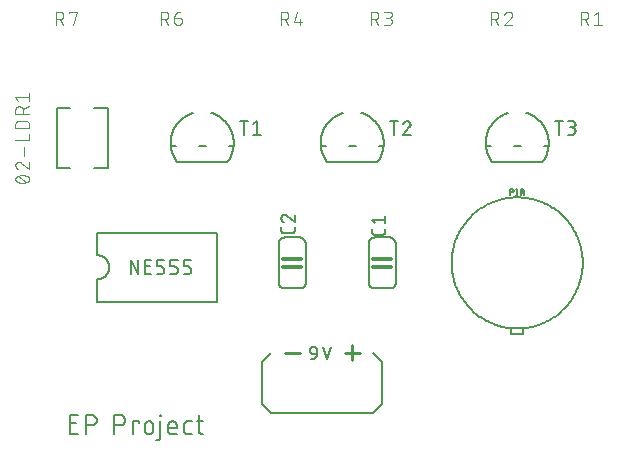
<source format=gto>
G75*
%MOIN*%
%OFA0B0*%
%FSLAX25Y25*%
%IPPOS*%
%LPD*%
%AMOC8*
5,1,8,0,0,1.08239X$1,22.5*
%
%ADD10C,0.00600*%
%ADD11C,0.01200*%
%ADD12C,0.00500*%
%ADD13C,0.01000*%
%ADD14C,0.00800*%
%ADD15C,0.00400*%
%ADD16C,0.00787*%
D10*
X0044700Y0021800D02*
X0044700Y0028200D01*
X0047544Y0028200D01*
X0050105Y0028200D02*
X0051883Y0028200D01*
X0051966Y0028198D01*
X0052049Y0028192D01*
X0052132Y0028182D01*
X0052215Y0028169D01*
X0052296Y0028151D01*
X0052377Y0028130D01*
X0052456Y0028105D01*
X0052534Y0028076D01*
X0052611Y0028044D01*
X0052686Y0028008D01*
X0052760Y0027969D01*
X0052831Y0027926D01*
X0052901Y0027880D01*
X0052968Y0027830D01*
X0053033Y0027778D01*
X0053095Y0027723D01*
X0053155Y0027664D01*
X0053212Y0027603D01*
X0053266Y0027540D01*
X0053317Y0027474D01*
X0053364Y0027405D01*
X0053409Y0027335D01*
X0053450Y0027262D01*
X0053487Y0027188D01*
X0053522Y0027112D01*
X0053552Y0027034D01*
X0053579Y0026956D01*
X0053602Y0026875D01*
X0053622Y0026794D01*
X0053637Y0026712D01*
X0053649Y0026630D01*
X0053657Y0026547D01*
X0053661Y0026464D01*
X0053661Y0026380D01*
X0053657Y0026297D01*
X0053649Y0026214D01*
X0053637Y0026132D01*
X0053622Y0026050D01*
X0053602Y0025969D01*
X0053579Y0025888D01*
X0053552Y0025810D01*
X0053522Y0025732D01*
X0053487Y0025656D01*
X0053450Y0025582D01*
X0053409Y0025509D01*
X0053364Y0025439D01*
X0053317Y0025370D01*
X0053266Y0025304D01*
X0053212Y0025241D01*
X0053155Y0025180D01*
X0053095Y0025121D01*
X0053033Y0025066D01*
X0052968Y0025014D01*
X0052901Y0024964D01*
X0052831Y0024918D01*
X0052760Y0024875D01*
X0052686Y0024836D01*
X0052611Y0024800D01*
X0052534Y0024768D01*
X0052456Y0024739D01*
X0052377Y0024714D01*
X0052296Y0024693D01*
X0052215Y0024675D01*
X0052132Y0024662D01*
X0052049Y0024652D01*
X0051966Y0024646D01*
X0051883Y0024644D01*
X0050105Y0024644D01*
X0046833Y0025356D02*
X0044700Y0025356D01*
X0044700Y0021800D02*
X0047544Y0021800D01*
X0050105Y0021800D02*
X0050105Y0028200D01*
X0059541Y0028200D02*
X0059541Y0021800D01*
X0059541Y0024644D02*
X0061319Y0024644D01*
X0061402Y0024646D01*
X0061485Y0024652D01*
X0061568Y0024662D01*
X0061651Y0024675D01*
X0061732Y0024693D01*
X0061813Y0024714D01*
X0061892Y0024739D01*
X0061970Y0024768D01*
X0062047Y0024800D01*
X0062122Y0024836D01*
X0062196Y0024875D01*
X0062267Y0024918D01*
X0062337Y0024964D01*
X0062404Y0025014D01*
X0062469Y0025066D01*
X0062531Y0025121D01*
X0062591Y0025180D01*
X0062648Y0025241D01*
X0062702Y0025304D01*
X0062753Y0025370D01*
X0062800Y0025439D01*
X0062845Y0025509D01*
X0062886Y0025582D01*
X0062923Y0025656D01*
X0062958Y0025732D01*
X0062988Y0025810D01*
X0063015Y0025888D01*
X0063038Y0025969D01*
X0063058Y0026050D01*
X0063073Y0026132D01*
X0063085Y0026214D01*
X0063093Y0026297D01*
X0063097Y0026380D01*
X0063097Y0026464D01*
X0063093Y0026547D01*
X0063085Y0026630D01*
X0063073Y0026712D01*
X0063058Y0026794D01*
X0063038Y0026875D01*
X0063015Y0026956D01*
X0062988Y0027034D01*
X0062958Y0027112D01*
X0062923Y0027188D01*
X0062886Y0027262D01*
X0062845Y0027335D01*
X0062800Y0027405D01*
X0062753Y0027474D01*
X0062702Y0027540D01*
X0062648Y0027603D01*
X0062591Y0027664D01*
X0062531Y0027723D01*
X0062469Y0027778D01*
X0062404Y0027830D01*
X0062337Y0027880D01*
X0062267Y0027926D01*
X0062196Y0027969D01*
X0062122Y0028008D01*
X0062047Y0028044D01*
X0061970Y0028076D01*
X0061892Y0028105D01*
X0061813Y0028130D01*
X0061732Y0028151D01*
X0061651Y0028169D01*
X0061568Y0028182D01*
X0061485Y0028192D01*
X0061402Y0028198D01*
X0061319Y0028200D01*
X0059541Y0028200D01*
X0065591Y0026067D02*
X0067724Y0026067D01*
X0067724Y0025356D01*
X0069660Y0024644D02*
X0069660Y0023222D01*
X0069662Y0023148D01*
X0069668Y0023073D01*
X0069678Y0023000D01*
X0069691Y0022926D01*
X0069708Y0022854D01*
X0069730Y0022783D01*
X0069754Y0022712D01*
X0069783Y0022644D01*
X0069815Y0022576D01*
X0069851Y0022511D01*
X0069889Y0022448D01*
X0069932Y0022386D01*
X0069977Y0022327D01*
X0070025Y0022270D01*
X0070076Y0022216D01*
X0070130Y0022165D01*
X0070187Y0022117D01*
X0070246Y0022072D01*
X0070308Y0022029D01*
X0070371Y0021991D01*
X0070436Y0021955D01*
X0070504Y0021923D01*
X0070572Y0021894D01*
X0070643Y0021870D01*
X0070714Y0021848D01*
X0070786Y0021831D01*
X0070860Y0021818D01*
X0070933Y0021808D01*
X0071008Y0021802D01*
X0071082Y0021800D01*
X0071156Y0021802D01*
X0071231Y0021808D01*
X0071304Y0021818D01*
X0071378Y0021831D01*
X0071450Y0021848D01*
X0071521Y0021870D01*
X0071592Y0021894D01*
X0071660Y0021923D01*
X0071728Y0021955D01*
X0071793Y0021991D01*
X0071856Y0022029D01*
X0071918Y0022072D01*
X0071977Y0022117D01*
X0072034Y0022165D01*
X0072088Y0022216D01*
X0072139Y0022270D01*
X0072187Y0022327D01*
X0072232Y0022386D01*
X0072275Y0022448D01*
X0072313Y0022511D01*
X0072349Y0022576D01*
X0072381Y0022644D01*
X0072410Y0022712D01*
X0072434Y0022783D01*
X0072456Y0022854D01*
X0072473Y0022926D01*
X0072486Y0023000D01*
X0072496Y0023073D01*
X0072502Y0023148D01*
X0072504Y0023222D01*
X0072504Y0024644D01*
X0072502Y0024718D01*
X0072496Y0024793D01*
X0072486Y0024866D01*
X0072473Y0024940D01*
X0072456Y0025012D01*
X0072434Y0025083D01*
X0072410Y0025154D01*
X0072381Y0025222D01*
X0072349Y0025290D01*
X0072313Y0025355D01*
X0072275Y0025418D01*
X0072232Y0025480D01*
X0072187Y0025539D01*
X0072139Y0025596D01*
X0072088Y0025650D01*
X0072034Y0025701D01*
X0071977Y0025749D01*
X0071918Y0025794D01*
X0071856Y0025837D01*
X0071793Y0025875D01*
X0071728Y0025911D01*
X0071660Y0025943D01*
X0071592Y0025972D01*
X0071521Y0025996D01*
X0071450Y0026018D01*
X0071378Y0026035D01*
X0071304Y0026048D01*
X0071231Y0026058D01*
X0071156Y0026064D01*
X0071082Y0026066D01*
X0071008Y0026064D01*
X0070933Y0026058D01*
X0070860Y0026048D01*
X0070786Y0026035D01*
X0070714Y0026018D01*
X0070643Y0025996D01*
X0070572Y0025972D01*
X0070504Y0025943D01*
X0070436Y0025911D01*
X0070371Y0025875D01*
X0070308Y0025837D01*
X0070246Y0025794D01*
X0070187Y0025749D01*
X0070130Y0025701D01*
X0070076Y0025650D01*
X0070025Y0025596D01*
X0069977Y0025539D01*
X0069932Y0025480D01*
X0069889Y0025418D01*
X0069851Y0025355D01*
X0069815Y0025290D01*
X0069783Y0025222D01*
X0069754Y0025154D01*
X0069730Y0025083D01*
X0069708Y0025012D01*
X0069691Y0024940D01*
X0069678Y0024866D01*
X0069668Y0024793D01*
X0069662Y0024718D01*
X0069660Y0024644D01*
X0065591Y0026067D02*
X0065591Y0021800D01*
X0073462Y0019667D02*
X0073817Y0019667D01*
X0073817Y0019666D02*
X0073881Y0019668D01*
X0073946Y0019674D01*
X0074009Y0019683D01*
X0074072Y0019697D01*
X0074134Y0019714D01*
X0074195Y0019735D01*
X0074255Y0019760D01*
X0074313Y0019788D01*
X0074369Y0019820D01*
X0074423Y0019855D01*
X0074475Y0019893D01*
X0074525Y0019934D01*
X0074571Y0019979D01*
X0074616Y0020025D01*
X0074657Y0020075D01*
X0074695Y0020127D01*
X0074730Y0020181D01*
X0074762Y0020237D01*
X0074790Y0020295D01*
X0074815Y0020355D01*
X0074836Y0020416D01*
X0074853Y0020478D01*
X0074867Y0020541D01*
X0074876Y0020604D01*
X0074882Y0020669D01*
X0074884Y0020733D01*
X0074884Y0026067D01*
X0075062Y0027844D02*
X0074706Y0027844D01*
X0074706Y0028200D01*
X0075062Y0028200D01*
X0075062Y0027844D01*
X0077455Y0024644D02*
X0077455Y0022867D01*
X0077455Y0023933D02*
X0080299Y0023933D01*
X0080299Y0024644D01*
X0080297Y0024718D01*
X0080291Y0024793D01*
X0080281Y0024866D01*
X0080268Y0024940D01*
X0080251Y0025012D01*
X0080229Y0025083D01*
X0080205Y0025154D01*
X0080176Y0025222D01*
X0080144Y0025290D01*
X0080108Y0025355D01*
X0080070Y0025418D01*
X0080027Y0025480D01*
X0079982Y0025539D01*
X0079934Y0025596D01*
X0079883Y0025650D01*
X0079829Y0025701D01*
X0079772Y0025749D01*
X0079713Y0025794D01*
X0079651Y0025837D01*
X0079588Y0025875D01*
X0079523Y0025911D01*
X0079455Y0025943D01*
X0079387Y0025972D01*
X0079316Y0025996D01*
X0079245Y0026018D01*
X0079173Y0026035D01*
X0079099Y0026048D01*
X0079026Y0026058D01*
X0078951Y0026064D01*
X0078877Y0026066D01*
X0078803Y0026064D01*
X0078728Y0026058D01*
X0078655Y0026048D01*
X0078581Y0026035D01*
X0078509Y0026018D01*
X0078438Y0025996D01*
X0078367Y0025972D01*
X0078299Y0025943D01*
X0078231Y0025911D01*
X0078166Y0025875D01*
X0078103Y0025837D01*
X0078041Y0025794D01*
X0077982Y0025749D01*
X0077925Y0025701D01*
X0077871Y0025650D01*
X0077820Y0025596D01*
X0077772Y0025539D01*
X0077727Y0025480D01*
X0077684Y0025418D01*
X0077646Y0025355D01*
X0077610Y0025290D01*
X0077578Y0025222D01*
X0077549Y0025154D01*
X0077525Y0025083D01*
X0077503Y0025012D01*
X0077486Y0024940D01*
X0077473Y0024866D01*
X0077463Y0024793D01*
X0077457Y0024718D01*
X0077455Y0024644D01*
X0077455Y0022867D02*
X0077457Y0022803D01*
X0077463Y0022738D01*
X0077472Y0022675D01*
X0077486Y0022612D01*
X0077503Y0022550D01*
X0077524Y0022489D01*
X0077549Y0022429D01*
X0077577Y0022371D01*
X0077609Y0022315D01*
X0077644Y0022261D01*
X0077682Y0022209D01*
X0077723Y0022159D01*
X0077768Y0022113D01*
X0077814Y0022068D01*
X0077864Y0022027D01*
X0077916Y0021989D01*
X0077970Y0021954D01*
X0078026Y0021922D01*
X0078084Y0021894D01*
X0078144Y0021869D01*
X0078205Y0021848D01*
X0078267Y0021831D01*
X0078330Y0021817D01*
X0078393Y0021808D01*
X0078458Y0021802D01*
X0078522Y0021800D01*
X0080299Y0021800D01*
X0082795Y0022867D02*
X0082795Y0025000D01*
X0082797Y0025064D01*
X0082803Y0025129D01*
X0082812Y0025192D01*
X0082826Y0025255D01*
X0082843Y0025317D01*
X0082864Y0025378D01*
X0082889Y0025438D01*
X0082917Y0025496D01*
X0082949Y0025552D01*
X0082984Y0025606D01*
X0083022Y0025658D01*
X0083063Y0025708D01*
X0083108Y0025754D01*
X0083154Y0025799D01*
X0083204Y0025840D01*
X0083256Y0025878D01*
X0083310Y0025913D01*
X0083366Y0025945D01*
X0083424Y0025973D01*
X0083484Y0025998D01*
X0083545Y0026019D01*
X0083607Y0026036D01*
X0083670Y0026050D01*
X0083733Y0026059D01*
X0083798Y0026065D01*
X0083862Y0026067D01*
X0085284Y0026067D01*
X0086996Y0026067D02*
X0089129Y0026067D01*
X0087707Y0028200D02*
X0087707Y0022867D01*
X0087709Y0022803D01*
X0087715Y0022738D01*
X0087724Y0022675D01*
X0087738Y0022612D01*
X0087755Y0022550D01*
X0087776Y0022489D01*
X0087801Y0022429D01*
X0087829Y0022371D01*
X0087861Y0022315D01*
X0087896Y0022261D01*
X0087934Y0022209D01*
X0087975Y0022159D01*
X0088020Y0022113D01*
X0088066Y0022068D01*
X0088116Y0022027D01*
X0088168Y0021989D01*
X0088222Y0021954D01*
X0088278Y0021922D01*
X0088336Y0021894D01*
X0088396Y0021869D01*
X0088457Y0021848D01*
X0088519Y0021831D01*
X0088582Y0021817D01*
X0088645Y0021808D01*
X0088710Y0021802D01*
X0088774Y0021800D01*
X0089129Y0021800D01*
X0085284Y0021800D02*
X0083862Y0021800D01*
X0083798Y0021802D01*
X0083733Y0021808D01*
X0083670Y0021817D01*
X0083607Y0021831D01*
X0083545Y0021848D01*
X0083484Y0021869D01*
X0083424Y0021894D01*
X0083366Y0021922D01*
X0083310Y0021954D01*
X0083256Y0021989D01*
X0083204Y0022027D01*
X0083154Y0022068D01*
X0083108Y0022113D01*
X0083063Y0022159D01*
X0083022Y0022209D01*
X0082984Y0022261D01*
X0082949Y0022315D01*
X0082917Y0022371D01*
X0082889Y0022429D01*
X0082864Y0022489D01*
X0082843Y0022550D01*
X0082826Y0022612D01*
X0082812Y0022675D01*
X0082803Y0022738D01*
X0082797Y0022803D01*
X0082795Y0022867D01*
X0108800Y0031800D02*
X0108800Y0045800D01*
X0111800Y0048800D01*
X0108800Y0031800D02*
X0111800Y0028800D01*
X0145800Y0028800D01*
X0148800Y0031800D01*
X0148800Y0045800D01*
X0145800Y0048800D01*
X0146300Y0070300D02*
X0151300Y0070300D01*
X0151387Y0070302D01*
X0151474Y0070308D01*
X0151561Y0070317D01*
X0151647Y0070330D01*
X0151733Y0070347D01*
X0151818Y0070368D01*
X0151901Y0070393D01*
X0151984Y0070421D01*
X0152065Y0070452D01*
X0152145Y0070487D01*
X0152223Y0070526D01*
X0152300Y0070568D01*
X0152375Y0070613D01*
X0152447Y0070662D01*
X0152518Y0070713D01*
X0152586Y0070768D01*
X0152651Y0070825D01*
X0152714Y0070886D01*
X0152775Y0070949D01*
X0152832Y0071014D01*
X0152887Y0071082D01*
X0152938Y0071153D01*
X0152987Y0071225D01*
X0153032Y0071300D01*
X0153074Y0071377D01*
X0153113Y0071455D01*
X0153148Y0071535D01*
X0153179Y0071616D01*
X0153207Y0071699D01*
X0153232Y0071782D01*
X0153253Y0071867D01*
X0153270Y0071953D01*
X0153283Y0072039D01*
X0153292Y0072126D01*
X0153298Y0072213D01*
X0153300Y0072300D01*
X0153300Y0085300D01*
X0153298Y0085387D01*
X0153292Y0085474D01*
X0153283Y0085561D01*
X0153270Y0085647D01*
X0153253Y0085733D01*
X0153232Y0085818D01*
X0153207Y0085901D01*
X0153179Y0085984D01*
X0153148Y0086065D01*
X0153113Y0086145D01*
X0153074Y0086223D01*
X0153032Y0086300D01*
X0152987Y0086375D01*
X0152938Y0086447D01*
X0152887Y0086518D01*
X0152832Y0086586D01*
X0152775Y0086651D01*
X0152714Y0086714D01*
X0152651Y0086775D01*
X0152586Y0086832D01*
X0152518Y0086887D01*
X0152447Y0086938D01*
X0152375Y0086987D01*
X0152300Y0087032D01*
X0152223Y0087074D01*
X0152145Y0087113D01*
X0152065Y0087148D01*
X0151984Y0087179D01*
X0151901Y0087207D01*
X0151818Y0087232D01*
X0151733Y0087253D01*
X0151647Y0087270D01*
X0151561Y0087283D01*
X0151474Y0087292D01*
X0151387Y0087298D01*
X0151300Y0087300D01*
X0146300Y0087300D01*
X0146213Y0087298D01*
X0146126Y0087292D01*
X0146039Y0087283D01*
X0145953Y0087270D01*
X0145867Y0087253D01*
X0145782Y0087232D01*
X0145699Y0087207D01*
X0145616Y0087179D01*
X0145535Y0087148D01*
X0145455Y0087113D01*
X0145377Y0087074D01*
X0145300Y0087032D01*
X0145225Y0086987D01*
X0145153Y0086938D01*
X0145082Y0086887D01*
X0145014Y0086832D01*
X0144949Y0086775D01*
X0144886Y0086714D01*
X0144825Y0086651D01*
X0144768Y0086586D01*
X0144713Y0086518D01*
X0144662Y0086447D01*
X0144613Y0086375D01*
X0144568Y0086300D01*
X0144526Y0086223D01*
X0144487Y0086145D01*
X0144452Y0086065D01*
X0144421Y0085984D01*
X0144393Y0085901D01*
X0144368Y0085818D01*
X0144347Y0085733D01*
X0144330Y0085647D01*
X0144317Y0085561D01*
X0144308Y0085474D01*
X0144302Y0085387D01*
X0144300Y0085300D01*
X0144300Y0072300D01*
X0144302Y0072213D01*
X0144308Y0072126D01*
X0144317Y0072039D01*
X0144330Y0071953D01*
X0144347Y0071867D01*
X0144368Y0071782D01*
X0144393Y0071699D01*
X0144421Y0071616D01*
X0144452Y0071535D01*
X0144487Y0071455D01*
X0144526Y0071377D01*
X0144568Y0071300D01*
X0144613Y0071225D01*
X0144662Y0071153D01*
X0144713Y0071082D01*
X0144768Y0071014D01*
X0144825Y0070949D01*
X0144886Y0070886D01*
X0144949Y0070825D01*
X0145014Y0070768D01*
X0145082Y0070713D01*
X0145153Y0070662D01*
X0145225Y0070613D01*
X0145300Y0070568D01*
X0145377Y0070526D01*
X0145455Y0070487D01*
X0145535Y0070452D01*
X0145616Y0070421D01*
X0145699Y0070393D01*
X0145782Y0070368D01*
X0145867Y0070347D01*
X0145953Y0070330D01*
X0146039Y0070317D01*
X0146126Y0070308D01*
X0146213Y0070302D01*
X0146300Y0070300D01*
X0123300Y0072300D02*
X0123300Y0085300D01*
X0123298Y0085387D01*
X0123292Y0085474D01*
X0123283Y0085561D01*
X0123270Y0085647D01*
X0123253Y0085733D01*
X0123232Y0085818D01*
X0123207Y0085901D01*
X0123179Y0085984D01*
X0123148Y0086065D01*
X0123113Y0086145D01*
X0123074Y0086223D01*
X0123032Y0086300D01*
X0122987Y0086375D01*
X0122938Y0086447D01*
X0122887Y0086518D01*
X0122832Y0086586D01*
X0122775Y0086651D01*
X0122714Y0086714D01*
X0122651Y0086775D01*
X0122586Y0086832D01*
X0122518Y0086887D01*
X0122447Y0086938D01*
X0122375Y0086987D01*
X0122300Y0087032D01*
X0122223Y0087074D01*
X0122145Y0087113D01*
X0122065Y0087148D01*
X0121984Y0087179D01*
X0121901Y0087207D01*
X0121818Y0087232D01*
X0121733Y0087253D01*
X0121647Y0087270D01*
X0121561Y0087283D01*
X0121474Y0087292D01*
X0121387Y0087298D01*
X0121300Y0087300D01*
X0116300Y0087300D01*
X0116213Y0087298D01*
X0116126Y0087292D01*
X0116039Y0087283D01*
X0115953Y0087270D01*
X0115867Y0087253D01*
X0115782Y0087232D01*
X0115699Y0087207D01*
X0115616Y0087179D01*
X0115535Y0087148D01*
X0115455Y0087113D01*
X0115377Y0087074D01*
X0115300Y0087032D01*
X0115225Y0086987D01*
X0115153Y0086938D01*
X0115082Y0086887D01*
X0115014Y0086832D01*
X0114949Y0086775D01*
X0114886Y0086714D01*
X0114825Y0086651D01*
X0114768Y0086586D01*
X0114713Y0086518D01*
X0114662Y0086447D01*
X0114613Y0086375D01*
X0114568Y0086300D01*
X0114526Y0086223D01*
X0114487Y0086145D01*
X0114452Y0086065D01*
X0114421Y0085984D01*
X0114393Y0085901D01*
X0114368Y0085818D01*
X0114347Y0085733D01*
X0114330Y0085647D01*
X0114317Y0085561D01*
X0114308Y0085474D01*
X0114302Y0085387D01*
X0114300Y0085300D01*
X0114300Y0072300D01*
X0114302Y0072213D01*
X0114308Y0072126D01*
X0114317Y0072039D01*
X0114330Y0071953D01*
X0114347Y0071867D01*
X0114368Y0071782D01*
X0114393Y0071699D01*
X0114421Y0071616D01*
X0114452Y0071535D01*
X0114487Y0071455D01*
X0114526Y0071377D01*
X0114568Y0071300D01*
X0114613Y0071225D01*
X0114662Y0071153D01*
X0114713Y0071082D01*
X0114768Y0071014D01*
X0114825Y0070949D01*
X0114886Y0070886D01*
X0114949Y0070825D01*
X0115014Y0070768D01*
X0115082Y0070713D01*
X0115153Y0070662D01*
X0115225Y0070613D01*
X0115300Y0070568D01*
X0115377Y0070526D01*
X0115455Y0070487D01*
X0115535Y0070452D01*
X0115616Y0070421D01*
X0115699Y0070393D01*
X0115782Y0070368D01*
X0115867Y0070347D01*
X0115953Y0070330D01*
X0116039Y0070317D01*
X0116126Y0070308D01*
X0116213Y0070302D01*
X0116300Y0070300D01*
X0121300Y0070300D01*
X0121387Y0070302D01*
X0121474Y0070308D01*
X0121561Y0070317D01*
X0121647Y0070330D01*
X0121733Y0070347D01*
X0121818Y0070368D01*
X0121901Y0070393D01*
X0121984Y0070421D01*
X0122065Y0070452D01*
X0122145Y0070487D01*
X0122223Y0070526D01*
X0122300Y0070568D01*
X0122375Y0070613D01*
X0122447Y0070662D01*
X0122518Y0070713D01*
X0122586Y0070768D01*
X0122651Y0070825D01*
X0122714Y0070886D01*
X0122775Y0070949D01*
X0122832Y0071014D01*
X0122887Y0071082D01*
X0122938Y0071153D01*
X0122987Y0071225D01*
X0123032Y0071300D01*
X0123074Y0071377D01*
X0123113Y0071455D01*
X0123148Y0071535D01*
X0123179Y0071616D01*
X0123207Y0071699D01*
X0123232Y0071782D01*
X0123253Y0071867D01*
X0123270Y0071953D01*
X0123283Y0072039D01*
X0123292Y0072126D01*
X0123298Y0072213D01*
X0123300Y0072300D01*
X0093800Y0065900D02*
X0093800Y0088900D01*
X0053800Y0088900D01*
X0053800Y0081400D01*
X0053926Y0081398D01*
X0054051Y0081392D01*
X0054176Y0081382D01*
X0054301Y0081368D01*
X0054426Y0081351D01*
X0054550Y0081329D01*
X0054673Y0081304D01*
X0054795Y0081274D01*
X0054916Y0081241D01*
X0055036Y0081204D01*
X0055155Y0081164D01*
X0055272Y0081119D01*
X0055389Y0081071D01*
X0055503Y0081019D01*
X0055616Y0080964D01*
X0055727Y0080905D01*
X0055836Y0080843D01*
X0055943Y0080777D01*
X0056048Y0080708D01*
X0056151Y0080636D01*
X0056252Y0080561D01*
X0056350Y0080482D01*
X0056445Y0080400D01*
X0056538Y0080316D01*
X0056628Y0080228D01*
X0056716Y0080138D01*
X0056800Y0080045D01*
X0056882Y0079950D01*
X0056961Y0079852D01*
X0057036Y0079751D01*
X0057108Y0079648D01*
X0057177Y0079543D01*
X0057243Y0079436D01*
X0057305Y0079327D01*
X0057364Y0079216D01*
X0057419Y0079103D01*
X0057471Y0078989D01*
X0057519Y0078872D01*
X0057564Y0078755D01*
X0057604Y0078636D01*
X0057641Y0078516D01*
X0057674Y0078395D01*
X0057704Y0078273D01*
X0057729Y0078150D01*
X0057751Y0078026D01*
X0057768Y0077901D01*
X0057782Y0077776D01*
X0057792Y0077651D01*
X0057798Y0077526D01*
X0057800Y0077400D01*
X0057798Y0077274D01*
X0057792Y0077149D01*
X0057782Y0077024D01*
X0057768Y0076899D01*
X0057751Y0076774D01*
X0057729Y0076650D01*
X0057704Y0076527D01*
X0057674Y0076405D01*
X0057641Y0076284D01*
X0057604Y0076164D01*
X0057564Y0076045D01*
X0057519Y0075928D01*
X0057471Y0075811D01*
X0057419Y0075697D01*
X0057364Y0075584D01*
X0057305Y0075473D01*
X0057243Y0075364D01*
X0057177Y0075257D01*
X0057108Y0075152D01*
X0057036Y0075049D01*
X0056961Y0074948D01*
X0056882Y0074850D01*
X0056800Y0074755D01*
X0056716Y0074662D01*
X0056628Y0074572D01*
X0056538Y0074484D01*
X0056445Y0074400D01*
X0056350Y0074318D01*
X0056252Y0074239D01*
X0056151Y0074164D01*
X0056048Y0074092D01*
X0055943Y0074023D01*
X0055836Y0073957D01*
X0055727Y0073895D01*
X0055616Y0073836D01*
X0055503Y0073781D01*
X0055389Y0073729D01*
X0055272Y0073681D01*
X0055155Y0073636D01*
X0055036Y0073596D01*
X0054916Y0073559D01*
X0054795Y0073526D01*
X0054673Y0073496D01*
X0054550Y0073471D01*
X0054426Y0073449D01*
X0054301Y0073432D01*
X0054176Y0073418D01*
X0054051Y0073408D01*
X0053926Y0073402D01*
X0053800Y0073400D01*
X0053800Y0065900D01*
X0093800Y0065900D01*
X0185552Y0112300D02*
X0202048Y0112300D01*
X0202674Y0117800D02*
X0204253Y0117800D01*
X0194926Y0117800D02*
X0192674Y0117800D01*
X0185554Y0112300D02*
X0185399Y0112502D01*
X0185248Y0112707D01*
X0185103Y0112916D01*
X0184963Y0113129D01*
X0184828Y0113345D01*
X0184699Y0113564D01*
X0184575Y0113786D01*
X0184456Y0114011D01*
X0184342Y0114239D01*
X0184235Y0114469D01*
X0184133Y0114702D01*
X0184036Y0114938D01*
X0183945Y0115176D01*
X0183860Y0115416D01*
X0183781Y0115658D01*
X0183708Y0115901D01*
X0183641Y0116147D01*
X0183579Y0116394D01*
X0183524Y0116642D01*
X0183475Y0116892D01*
X0183432Y0117143D01*
X0183395Y0117394D01*
X0183364Y0117647D01*
X0183339Y0117900D01*
X0183320Y0118154D01*
X0183307Y0118408D01*
X0183301Y0118663D01*
X0183301Y0118917D01*
X0183307Y0119172D01*
X0183319Y0119426D01*
X0183337Y0119680D01*
X0183361Y0119933D01*
X0183392Y0120186D01*
X0183428Y0120437D01*
X0183471Y0120688D01*
X0183520Y0120938D01*
X0183575Y0121187D01*
X0183636Y0121434D01*
X0183702Y0121679D01*
X0183775Y0121923D01*
X0183854Y0122165D01*
X0183938Y0122405D01*
X0184029Y0122643D01*
X0184125Y0122879D01*
X0184226Y0123112D01*
X0184334Y0123343D01*
X0184447Y0123571D01*
X0184565Y0123796D01*
X0184689Y0124019D01*
X0184818Y0124238D01*
X0184952Y0124454D01*
X0185092Y0124667D01*
X0185237Y0124876D01*
X0185386Y0125082D01*
X0185541Y0125284D01*
X0185701Y0125482D01*
X0185865Y0125676D01*
X0186034Y0125867D01*
X0186208Y0126053D01*
X0186386Y0126235D01*
X0186568Y0126412D01*
X0186755Y0126585D01*
X0186945Y0126754D01*
X0187140Y0126918D01*
X0187339Y0127077D01*
X0187541Y0127231D01*
X0187747Y0127380D01*
X0187957Y0127524D01*
X0188170Y0127663D01*
X0188387Y0127797D01*
X0188606Y0127926D01*
X0188829Y0128049D01*
X0189055Y0128167D01*
X0189283Y0128279D01*
X0189514Y0128385D01*
X0189748Y0128487D01*
X0189984Y0128582D01*
X0190222Y0128672D01*
X0190462Y0128755D01*
X0190704Y0128833D01*
X0196898Y0128833D02*
X0197140Y0128755D01*
X0197380Y0128671D01*
X0197618Y0128582D01*
X0197854Y0128487D01*
X0198088Y0128385D01*
X0198319Y0128279D01*
X0198547Y0128166D01*
X0198773Y0128049D01*
X0198996Y0127926D01*
X0199215Y0127797D01*
X0199432Y0127663D01*
X0199645Y0127524D01*
X0199855Y0127380D01*
X0200061Y0127231D01*
X0200263Y0127077D01*
X0200462Y0126918D01*
X0200657Y0126754D01*
X0200848Y0126585D01*
X0201034Y0126412D01*
X0201217Y0126235D01*
X0201395Y0126053D01*
X0201568Y0125867D01*
X0201737Y0125676D01*
X0201901Y0125482D01*
X0202061Y0125284D01*
X0202216Y0125082D01*
X0202365Y0124876D01*
X0202510Y0124667D01*
X0202650Y0124454D01*
X0202784Y0124238D01*
X0202913Y0124018D01*
X0203037Y0123796D01*
X0203156Y0123571D01*
X0203268Y0123343D01*
X0203376Y0123112D01*
X0203477Y0122879D01*
X0203573Y0122643D01*
X0203664Y0122405D01*
X0203748Y0122165D01*
X0203827Y0121923D01*
X0203900Y0121679D01*
X0203966Y0121433D01*
X0204027Y0121186D01*
X0204082Y0120938D01*
X0204131Y0120688D01*
X0204174Y0120437D01*
X0204210Y0120185D01*
X0204241Y0119933D01*
X0204265Y0119679D01*
X0204283Y0119426D01*
X0204295Y0119171D01*
X0204301Y0118917D01*
X0204301Y0118662D01*
X0204295Y0118408D01*
X0204282Y0118154D01*
X0204263Y0117900D01*
X0204238Y0117647D01*
X0204207Y0117394D01*
X0204170Y0117142D01*
X0204127Y0116892D01*
X0204078Y0116642D01*
X0204022Y0116393D01*
X0203961Y0116146D01*
X0203894Y0115901D01*
X0203821Y0115657D01*
X0203742Y0115415D01*
X0203657Y0115176D01*
X0203566Y0114938D01*
X0203469Y0114702D01*
X0203367Y0114469D01*
X0203259Y0114239D01*
X0203146Y0114011D01*
X0203027Y0113786D01*
X0202903Y0113564D01*
X0202773Y0113345D01*
X0202639Y0113129D01*
X0202499Y0112916D01*
X0202353Y0112707D01*
X0202203Y0112502D01*
X0202048Y0112300D01*
X0184926Y0117800D02*
X0183347Y0117800D01*
D11*
X0151800Y0080100D02*
X0145800Y0080100D01*
X0145800Y0077600D02*
X0151800Y0077600D01*
X0121800Y0077600D02*
X0115800Y0077600D01*
X0115800Y0080100D02*
X0121800Y0080100D01*
D12*
X0118650Y0088650D02*
X0116150Y0088650D01*
X0116090Y0088652D01*
X0116029Y0088657D01*
X0115970Y0088666D01*
X0115911Y0088679D01*
X0115852Y0088695D01*
X0115795Y0088715D01*
X0115740Y0088738D01*
X0115685Y0088765D01*
X0115633Y0088794D01*
X0115582Y0088827D01*
X0115533Y0088863D01*
X0115487Y0088901D01*
X0115443Y0088943D01*
X0115401Y0088987D01*
X0115363Y0089033D01*
X0115327Y0089082D01*
X0115294Y0089133D01*
X0115265Y0089185D01*
X0115238Y0089240D01*
X0115215Y0089295D01*
X0115195Y0089352D01*
X0115179Y0089411D01*
X0115166Y0089470D01*
X0115157Y0089529D01*
X0115152Y0089590D01*
X0115150Y0089650D01*
X0115150Y0090650D01*
X0118650Y0088650D02*
X0118710Y0088652D01*
X0118771Y0088657D01*
X0118830Y0088666D01*
X0118889Y0088679D01*
X0118948Y0088695D01*
X0119005Y0088715D01*
X0119060Y0088738D01*
X0119115Y0088765D01*
X0119167Y0088794D01*
X0119218Y0088827D01*
X0119267Y0088863D01*
X0119313Y0088901D01*
X0119357Y0088943D01*
X0119399Y0088987D01*
X0119437Y0089033D01*
X0119473Y0089082D01*
X0119506Y0089133D01*
X0119535Y0089185D01*
X0119562Y0089240D01*
X0119585Y0089295D01*
X0119605Y0089352D01*
X0119621Y0089411D01*
X0119634Y0089470D01*
X0119643Y0089529D01*
X0119648Y0089590D01*
X0119650Y0089650D01*
X0119650Y0090650D01*
X0119650Y0092415D02*
X0119650Y0094915D01*
X0119650Y0092415D02*
X0117150Y0094540D01*
X0115150Y0093790D02*
X0115152Y0093717D01*
X0115157Y0093645D01*
X0115166Y0093573D01*
X0115179Y0093501D01*
X0115195Y0093430D01*
X0115215Y0093360D01*
X0115239Y0093292D01*
X0115265Y0093224D01*
X0115296Y0093158D01*
X0115329Y0093093D01*
X0115366Y0093031D01*
X0115405Y0092970D01*
X0115448Y0092911D01*
X0115494Y0092854D01*
X0115542Y0092800D01*
X0115593Y0092749D01*
X0115647Y0092699D01*
X0115703Y0092653D01*
X0115761Y0092610D01*
X0115822Y0092569D01*
X0115884Y0092532D01*
X0115948Y0092498D01*
X0116014Y0092467D01*
X0116081Y0092439D01*
X0116150Y0092415D01*
X0117150Y0094539D02*
X0117104Y0094585D01*
X0117055Y0094629D01*
X0117004Y0094669D01*
X0116951Y0094707D01*
X0116896Y0094742D01*
X0116839Y0094774D01*
X0116781Y0094803D01*
X0116721Y0094829D01*
X0116659Y0094851D01*
X0116597Y0094870D01*
X0116534Y0094886D01*
X0116470Y0094898D01*
X0116405Y0094907D01*
X0116340Y0094912D01*
X0116275Y0094914D01*
X0116275Y0094915D02*
X0116210Y0094913D01*
X0116144Y0094907D01*
X0116080Y0094898D01*
X0116016Y0094885D01*
X0115952Y0094868D01*
X0115890Y0094847D01*
X0115829Y0094823D01*
X0115770Y0094795D01*
X0115713Y0094764D01*
X0115657Y0094730D01*
X0115603Y0094692D01*
X0115552Y0094652D01*
X0115503Y0094608D01*
X0115457Y0094562D01*
X0115413Y0094513D01*
X0115373Y0094462D01*
X0115335Y0094408D01*
X0115301Y0094353D01*
X0115270Y0094295D01*
X0115242Y0094236D01*
X0115218Y0094175D01*
X0115197Y0094113D01*
X0115180Y0094049D01*
X0115167Y0093985D01*
X0115158Y0093921D01*
X0115152Y0093855D01*
X0115150Y0093790D01*
X0130554Y0112300D02*
X0147046Y0112300D01*
X0147673Y0117800D02*
X0149252Y0117800D01*
X0152800Y0121550D02*
X0152800Y0126050D01*
X0151550Y0126050D02*
X0154050Y0126050D01*
X0157875Y0124050D02*
X0157921Y0124096D01*
X0157965Y0124145D01*
X0158005Y0124196D01*
X0158043Y0124249D01*
X0158078Y0124304D01*
X0158110Y0124361D01*
X0158139Y0124419D01*
X0158165Y0124479D01*
X0158187Y0124541D01*
X0158206Y0124603D01*
X0158222Y0124666D01*
X0158234Y0124730D01*
X0158243Y0124795D01*
X0158248Y0124860D01*
X0158250Y0124925D01*
X0157875Y0124050D02*
X0155750Y0121550D01*
X0158250Y0121550D01*
X0155750Y0125050D02*
X0155774Y0125119D01*
X0155802Y0125186D01*
X0155833Y0125252D01*
X0155867Y0125316D01*
X0155904Y0125378D01*
X0155945Y0125439D01*
X0155988Y0125497D01*
X0156034Y0125553D01*
X0156084Y0125607D01*
X0156135Y0125658D01*
X0156189Y0125706D01*
X0156246Y0125752D01*
X0156305Y0125795D01*
X0156366Y0125834D01*
X0156428Y0125871D01*
X0156493Y0125904D01*
X0156559Y0125935D01*
X0156627Y0125961D01*
X0156695Y0125985D01*
X0156765Y0126005D01*
X0156836Y0126021D01*
X0156908Y0126034D01*
X0156980Y0126043D01*
X0157052Y0126048D01*
X0157125Y0126050D01*
X0157190Y0126048D01*
X0157256Y0126042D01*
X0157320Y0126033D01*
X0157384Y0126020D01*
X0157448Y0126003D01*
X0157510Y0125982D01*
X0157571Y0125958D01*
X0157630Y0125930D01*
X0157688Y0125899D01*
X0157743Y0125865D01*
X0157797Y0125827D01*
X0157848Y0125787D01*
X0157897Y0125743D01*
X0157943Y0125697D01*
X0157987Y0125648D01*
X0158027Y0125597D01*
X0158065Y0125543D01*
X0158099Y0125488D01*
X0158130Y0125430D01*
X0158158Y0125371D01*
X0158182Y0125310D01*
X0158203Y0125248D01*
X0158220Y0125184D01*
X0158233Y0125120D01*
X0158242Y0125056D01*
X0158248Y0124990D01*
X0158250Y0124925D01*
X0139927Y0117800D02*
X0137673Y0117800D01*
X0130554Y0112300D02*
X0130401Y0112499D01*
X0130253Y0112701D01*
X0130110Y0112906D01*
X0129972Y0113115D01*
X0129839Y0113327D01*
X0129711Y0113542D01*
X0129589Y0113760D01*
X0129471Y0113981D01*
X0129359Y0114205D01*
X0129252Y0114431D01*
X0129151Y0114660D01*
X0129055Y0114891D01*
X0128964Y0115125D01*
X0128879Y0115360D01*
X0128800Y0115598D01*
X0128727Y0115837D01*
X0128659Y0116078D01*
X0128597Y0116320D01*
X0128541Y0116564D01*
X0128490Y0116810D01*
X0128446Y0117056D01*
X0128407Y0117303D01*
X0128375Y0117551D01*
X0128348Y0117800D01*
X0129927Y0117800D01*
X0128348Y0117800D02*
X0128326Y0118055D01*
X0128311Y0118311D01*
X0128303Y0118567D01*
X0128300Y0118824D01*
X0128304Y0119080D01*
X0128314Y0119336D01*
X0128330Y0119592D01*
X0128352Y0119847D01*
X0128381Y0120102D01*
X0128416Y0120356D01*
X0128457Y0120609D01*
X0128504Y0120861D01*
X0128558Y0121111D01*
X0128617Y0121360D01*
X0128683Y0121608D01*
X0128754Y0121854D01*
X0128832Y0122099D01*
X0128915Y0122341D01*
X0129004Y0122581D01*
X0129100Y0122819D01*
X0129201Y0123055D01*
X0129307Y0123288D01*
X0129420Y0123518D01*
X0129538Y0123746D01*
X0129661Y0123970D01*
X0129790Y0124192D01*
X0129924Y0124410D01*
X0130064Y0124625D01*
X0130209Y0124836D01*
X0130359Y0125044D01*
X0130513Y0125248D01*
X0130673Y0125449D01*
X0130838Y0125645D01*
X0131007Y0125837D01*
X0131182Y0126026D01*
X0131360Y0126209D01*
X0131543Y0126389D01*
X0131731Y0126564D01*
X0131922Y0126734D01*
X0132118Y0126899D01*
X0132318Y0127060D01*
X0132521Y0127216D01*
X0132728Y0127366D01*
X0132939Y0127512D01*
X0133154Y0127653D01*
X0133371Y0127788D01*
X0133592Y0127918D01*
X0133816Y0128042D01*
X0134043Y0128161D01*
X0134273Y0128274D01*
X0134506Y0128382D01*
X0134741Y0128484D01*
X0134979Y0128580D01*
X0135218Y0128670D01*
X0135460Y0128755D01*
X0135704Y0128833D01*
X0141896Y0128833D02*
X0142138Y0128755D01*
X0142378Y0128671D01*
X0142616Y0128582D01*
X0142852Y0128487D01*
X0143086Y0128385D01*
X0143317Y0128279D01*
X0143545Y0128166D01*
X0143771Y0128049D01*
X0143994Y0127926D01*
X0144213Y0127797D01*
X0144430Y0127663D01*
X0144643Y0127524D01*
X0144853Y0127380D01*
X0145059Y0127231D01*
X0145261Y0127077D01*
X0145460Y0126918D01*
X0145655Y0126754D01*
X0145846Y0126585D01*
X0146032Y0126412D01*
X0146215Y0126235D01*
X0146393Y0126053D01*
X0146566Y0125867D01*
X0146735Y0125676D01*
X0146899Y0125482D01*
X0147059Y0125284D01*
X0147214Y0125082D01*
X0147363Y0124876D01*
X0147508Y0124667D01*
X0147648Y0124454D01*
X0147782Y0124238D01*
X0147911Y0124018D01*
X0148035Y0123796D01*
X0148154Y0123571D01*
X0148266Y0123343D01*
X0148374Y0123112D01*
X0148475Y0122879D01*
X0148571Y0122643D01*
X0148662Y0122405D01*
X0148746Y0122165D01*
X0148825Y0121923D01*
X0148898Y0121679D01*
X0148964Y0121433D01*
X0149025Y0121186D01*
X0149080Y0120938D01*
X0149129Y0120688D01*
X0149172Y0120437D01*
X0149208Y0120185D01*
X0149239Y0119933D01*
X0149263Y0119679D01*
X0149281Y0119426D01*
X0149293Y0119171D01*
X0149299Y0118917D01*
X0149299Y0118662D01*
X0149293Y0118408D01*
X0149280Y0118154D01*
X0149261Y0117900D01*
X0149236Y0117647D01*
X0149205Y0117394D01*
X0149168Y0117142D01*
X0149125Y0116892D01*
X0149076Y0116642D01*
X0149020Y0116393D01*
X0148959Y0116146D01*
X0148892Y0115901D01*
X0148819Y0115657D01*
X0148740Y0115415D01*
X0148655Y0115176D01*
X0148564Y0114938D01*
X0148467Y0114702D01*
X0148365Y0114469D01*
X0148257Y0114239D01*
X0148144Y0114011D01*
X0148025Y0113786D01*
X0147901Y0113564D01*
X0147771Y0113345D01*
X0147637Y0113129D01*
X0147497Y0112916D01*
X0147351Y0112707D01*
X0147201Y0112502D01*
X0147046Y0112300D01*
X0149850Y0094515D02*
X0149850Y0092015D01*
X0149850Y0093265D02*
X0145350Y0093265D01*
X0146350Y0092015D01*
X0145350Y0090250D02*
X0145350Y0089250D01*
X0145352Y0089190D01*
X0145357Y0089129D01*
X0145366Y0089070D01*
X0145379Y0089011D01*
X0145395Y0088952D01*
X0145415Y0088895D01*
X0145438Y0088840D01*
X0145465Y0088785D01*
X0145494Y0088733D01*
X0145527Y0088682D01*
X0145563Y0088633D01*
X0145601Y0088587D01*
X0145643Y0088543D01*
X0145687Y0088501D01*
X0145733Y0088463D01*
X0145782Y0088427D01*
X0145833Y0088394D01*
X0145885Y0088365D01*
X0145940Y0088338D01*
X0145995Y0088315D01*
X0146052Y0088295D01*
X0146111Y0088279D01*
X0146170Y0088266D01*
X0146229Y0088257D01*
X0146290Y0088252D01*
X0146350Y0088250D01*
X0148850Y0088250D01*
X0148910Y0088252D01*
X0148971Y0088257D01*
X0149030Y0088266D01*
X0149089Y0088279D01*
X0149148Y0088295D01*
X0149205Y0088315D01*
X0149260Y0088338D01*
X0149315Y0088365D01*
X0149367Y0088394D01*
X0149418Y0088427D01*
X0149467Y0088463D01*
X0149513Y0088501D01*
X0149557Y0088543D01*
X0149599Y0088587D01*
X0149637Y0088633D01*
X0149673Y0088682D01*
X0149706Y0088733D01*
X0149735Y0088785D01*
X0149762Y0088840D01*
X0149785Y0088895D01*
X0149805Y0088952D01*
X0149821Y0089011D01*
X0149834Y0089070D01*
X0149843Y0089129D01*
X0149848Y0089190D01*
X0149850Y0089250D01*
X0149850Y0090250D01*
X0191561Y0101472D02*
X0191561Y0103372D01*
X0192088Y0103372D01*
X0192133Y0103370D01*
X0192177Y0103364D01*
X0192221Y0103355D01*
X0192264Y0103342D01*
X0192305Y0103325D01*
X0192346Y0103305D01*
X0192384Y0103281D01*
X0192420Y0103255D01*
X0192453Y0103225D01*
X0192484Y0103193D01*
X0192513Y0103158D01*
X0192538Y0103121D01*
X0192559Y0103082D01*
X0192578Y0103041D01*
X0192593Y0102999D01*
X0192604Y0102955D01*
X0192612Y0102911D01*
X0192616Y0102866D01*
X0192616Y0102822D01*
X0192612Y0102777D01*
X0192604Y0102733D01*
X0192593Y0102689D01*
X0192578Y0102647D01*
X0192559Y0102606D01*
X0192538Y0102567D01*
X0192513Y0102530D01*
X0192484Y0102495D01*
X0192453Y0102463D01*
X0192420Y0102433D01*
X0192384Y0102407D01*
X0192346Y0102383D01*
X0192305Y0102363D01*
X0192264Y0102346D01*
X0192221Y0102333D01*
X0192177Y0102324D01*
X0192133Y0102318D01*
X0192088Y0102316D01*
X0191561Y0102316D01*
X0193476Y0101472D02*
X0193898Y0101472D01*
X0193687Y0101472D02*
X0193687Y0103372D01*
X0193476Y0103372D02*
X0193898Y0103372D01*
X0194984Y0103372D02*
X0195512Y0103372D01*
X0195557Y0103370D01*
X0195601Y0103364D01*
X0195645Y0103355D01*
X0195688Y0103342D01*
X0195729Y0103325D01*
X0195770Y0103305D01*
X0195808Y0103281D01*
X0195844Y0103255D01*
X0195877Y0103225D01*
X0195908Y0103193D01*
X0195937Y0103158D01*
X0195962Y0103121D01*
X0195983Y0103082D01*
X0196002Y0103041D01*
X0196017Y0102999D01*
X0196028Y0102955D01*
X0196036Y0102911D01*
X0196040Y0102866D01*
X0196040Y0102822D01*
X0196036Y0102777D01*
X0196028Y0102733D01*
X0196017Y0102689D01*
X0196002Y0102647D01*
X0195983Y0102606D01*
X0195962Y0102567D01*
X0195937Y0102530D01*
X0195908Y0102495D01*
X0195877Y0102463D01*
X0195844Y0102433D01*
X0195808Y0102407D01*
X0195770Y0102383D01*
X0195729Y0102363D01*
X0195688Y0102346D01*
X0195645Y0102333D01*
X0195601Y0102324D01*
X0195557Y0102318D01*
X0195512Y0102316D01*
X0194984Y0102316D01*
X0195617Y0102316D02*
X0196039Y0101472D01*
X0194984Y0101472D02*
X0194984Y0103372D01*
X0207800Y0121550D02*
X0207800Y0126050D01*
X0206550Y0126050D02*
X0209050Y0126050D01*
X0210750Y0126050D02*
X0212250Y0126050D01*
X0212312Y0126048D01*
X0212373Y0126042D01*
X0212434Y0126033D01*
X0212494Y0126020D01*
X0212553Y0126003D01*
X0212611Y0125982D01*
X0212668Y0125958D01*
X0212723Y0125931D01*
X0212776Y0125900D01*
X0212828Y0125866D01*
X0212877Y0125829D01*
X0212924Y0125789D01*
X0212968Y0125746D01*
X0213009Y0125701D01*
X0213048Y0125653D01*
X0213084Y0125602D01*
X0213116Y0125550D01*
X0213145Y0125496D01*
X0213171Y0125440D01*
X0213193Y0125382D01*
X0213212Y0125324D01*
X0213227Y0125264D01*
X0213238Y0125203D01*
X0213246Y0125142D01*
X0213250Y0125081D01*
X0213250Y0125019D01*
X0213246Y0124958D01*
X0213238Y0124897D01*
X0213227Y0124836D01*
X0213212Y0124776D01*
X0213193Y0124718D01*
X0213171Y0124660D01*
X0213145Y0124604D01*
X0213116Y0124550D01*
X0213084Y0124498D01*
X0213048Y0124447D01*
X0213009Y0124399D01*
X0212968Y0124354D01*
X0212924Y0124311D01*
X0212877Y0124271D01*
X0212828Y0124234D01*
X0212776Y0124200D01*
X0212723Y0124169D01*
X0212668Y0124142D01*
X0212611Y0124118D01*
X0212553Y0124097D01*
X0212494Y0124080D01*
X0212434Y0124067D01*
X0212373Y0124058D01*
X0212312Y0124052D01*
X0212250Y0124050D01*
X0211250Y0124050D01*
X0212000Y0124050D02*
X0212069Y0124048D01*
X0212138Y0124042D01*
X0212206Y0124033D01*
X0212273Y0124020D01*
X0212340Y0124003D01*
X0212406Y0123982D01*
X0212470Y0123958D01*
X0212533Y0123930D01*
X0212595Y0123899D01*
X0212655Y0123865D01*
X0212712Y0123827D01*
X0212768Y0123786D01*
X0212821Y0123743D01*
X0212872Y0123696D01*
X0212920Y0123647D01*
X0212965Y0123595D01*
X0213007Y0123540D01*
X0213046Y0123484D01*
X0213083Y0123425D01*
X0213115Y0123364D01*
X0213145Y0123302D01*
X0213171Y0123238D01*
X0213193Y0123173D01*
X0213212Y0123107D01*
X0213227Y0123040D01*
X0213238Y0122972D01*
X0213246Y0122903D01*
X0213250Y0122834D01*
X0213250Y0122766D01*
X0213246Y0122697D01*
X0213238Y0122628D01*
X0213227Y0122560D01*
X0213212Y0122493D01*
X0213193Y0122427D01*
X0213171Y0122362D01*
X0213145Y0122298D01*
X0213115Y0122236D01*
X0213083Y0122175D01*
X0213046Y0122116D01*
X0213007Y0122060D01*
X0212965Y0122005D01*
X0212920Y0121953D01*
X0212872Y0121904D01*
X0212821Y0121857D01*
X0212768Y0121814D01*
X0212712Y0121773D01*
X0212655Y0121735D01*
X0212595Y0121701D01*
X0212533Y0121670D01*
X0212470Y0121642D01*
X0212406Y0121618D01*
X0212340Y0121597D01*
X0212273Y0121580D01*
X0212206Y0121567D01*
X0212138Y0121558D01*
X0212069Y0121552D01*
X0212000Y0121550D01*
X0210750Y0121550D01*
X0108250Y0121550D02*
X0105750Y0121550D01*
X0107000Y0121550D02*
X0107000Y0126050D01*
X0105750Y0125050D01*
X0104050Y0126050D02*
X0101550Y0126050D01*
X0102800Y0126050D02*
X0102800Y0121550D01*
X0099252Y0117800D02*
X0097673Y0117800D01*
X0097046Y0112300D02*
X0080554Y0112300D01*
X0079927Y0117800D02*
X0078348Y0117800D01*
X0087673Y0117800D02*
X0089927Y0117800D01*
X0080554Y0112300D02*
X0080401Y0112499D01*
X0080253Y0112701D01*
X0080110Y0112906D01*
X0079972Y0113115D01*
X0079839Y0113327D01*
X0079711Y0113542D01*
X0079589Y0113760D01*
X0079471Y0113981D01*
X0079359Y0114205D01*
X0079252Y0114431D01*
X0079151Y0114660D01*
X0079055Y0114891D01*
X0078964Y0115125D01*
X0078879Y0115360D01*
X0078800Y0115598D01*
X0078727Y0115837D01*
X0078659Y0116078D01*
X0078597Y0116320D01*
X0078541Y0116564D01*
X0078490Y0116810D01*
X0078446Y0117056D01*
X0078407Y0117303D01*
X0078375Y0117551D01*
X0078348Y0117800D01*
X0078326Y0118055D01*
X0078311Y0118311D01*
X0078303Y0118567D01*
X0078300Y0118824D01*
X0078304Y0119080D01*
X0078314Y0119336D01*
X0078330Y0119592D01*
X0078352Y0119847D01*
X0078381Y0120102D01*
X0078416Y0120356D01*
X0078457Y0120609D01*
X0078504Y0120861D01*
X0078558Y0121111D01*
X0078617Y0121360D01*
X0078683Y0121608D01*
X0078754Y0121854D01*
X0078832Y0122099D01*
X0078915Y0122341D01*
X0079004Y0122581D01*
X0079100Y0122819D01*
X0079201Y0123055D01*
X0079307Y0123288D01*
X0079420Y0123518D01*
X0079538Y0123746D01*
X0079661Y0123970D01*
X0079790Y0124192D01*
X0079924Y0124410D01*
X0080064Y0124625D01*
X0080209Y0124836D01*
X0080359Y0125044D01*
X0080513Y0125248D01*
X0080673Y0125449D01*
X0080838Y0125645D01*
X0081007Y0125837D01*
X0081182Y0126026D01*
X0081360Y0126209D01*
X0081543Y0126389D01*
X0081731Y0126564D01*
X0081922Y0126734D01*
X0082118Y0126899D01*
X0082318Y0127060D01*
X0082521Y0127216D01*
X0082728Y0127366D01*
X0082939Y0127512D01*
X0083154Y0127653D01*
X0083371Y0127788D01*
X0083592Y0127918D01*
X0083816Y0128042D01*
X0084043Y0128161D01*
X0084273Y0128274D01*
X0084506Y0128382D01*
X0084741Y0128484D01*
X0084979Y0128580D01*
X0085218Y0128670D01*
X0085460Y0128755D01*
X0085704Y0128833D01*
X0091896Y0128833D02*
X0092138Y0128755D01*
X0092378Y0128671D01*
X0092616Y0128582D01*
X0092852Y0128487D01*
X0093086Y0128385D01*
X0093317Y0128279D01*
X0093545Y0128166D01*
X0093771Y0128049D01*
X0093994Y0127926D01*
X0094213Y0127797D01*
X0094430Y0127663D01*
X0094643Y0127524D01*
X0094853Y0127380D01*
X0095059Y0127231D01*
X0095261Y0127077D01*
X0095460Y0126918D01*
X0095655Y0126754D01*
X0095846Y0126585D01*
X0096032Y0126412D01*
X0096215Y0126235D01*
X0096393Y0126053D01*
X0096566Y0125867D01*
X0096735Y0125676D01*
X0096899Y0125482D01*
X0097059Y0125284D01*
X0097214Y0125082D01*
X0097363Y0124876D01*
X0097508Y0124667D01*
X0097648Y0124454D01*
X0097782Y0124238D01*
X0097911Y0124018D01*
X0098035Y0123796D01*
X0098154Y0123571D01*
X0098266Y0123343D01*
X0098374Y0123112D01*
X0098475Y0122879D01*
X0098571Y0122643D01*
X0098662Y0122405D01*
X0098746Y0122165D01*
X0098825Y0121923D01*
X0098898Y0121679D01*
X0098964Y0121433D01*
X0099025Y0121186D01*
X0099080Y0120938D01*
X0099129Y0120688D01*
X0099172Y0120437D01*
X0099208Y0120185D01*
X0099239Y0119933D01*
X0099263Y0119679D01*
X0099281Y0119426D01*
X0099293Y0119171D01*
X0099299Y0118917D01*
X0099299Y0118662D01*
X0099293Y0118408D01*
X0099280Y0118154D01*
X0099261Y0117900D01*
X0099236Y0117647D01*
X0099205Y0117394D01*
X0099168Y0117142D01*
X0099125Y0116892D01*
X0099076Y0116642D01*
X0099020Y0116393D01*
X0098959Y0116146D01*
X0098892Y0115901D01*
X0098819Y0115657D01*
X0098740Y0115415D01*
X0098655Y0115176D01*
X0098564Y0114938D01*
X0098467Y0114702D01*
X0098365Y0114469D01*
X0098257Y0114239D01*
X0098144Y0114011D01*
X0098025Y0113786D01*
X0097901Y0113564D01*
X0097771Y0113345D01*
X0097637Y0113129D01*
X0097497Y0112916D01*
X0097351Y0112707D01*
X0097201Y0112502D01*
X0097046Y0112300D01*
X0085100Y0079650D02*
X0082600Y0079650D01*
X0082600Y0077650D01*
X0084100Y0077650D01*
X0084160Y0077648D01*
X0084221Y0077643D01*
X0084280Y0077634D01*
X0084339Y0077621D01*
X0084398Y0077605D01*
X0084455Y0077585D01*
X0084510Y0077562D01*
X0084565Y0077535D01*
X0084617Y0077506D01*
X0084668Y0077473D01*
X0084717Y0077437D01*
X0084763Y0077399D01*
X0084807Y0077357D01*
X0084849Y0077313D01*
X0084887Y0077267D01*
X0084923Y0077218D01*
X0084956Y0077167D01*
X0084985Y0077115D01*
X0085012Y0077060D01*
X0085035Y0077005D01*
X0085055Y0076948D01*
X0085071Y0076889D01*
X0085084Y0076830D01*
X0085093Y0076771D01*
X0085098Y0076710D01*
X0085100Y0076650D01*
X0085100Y0076150D01*
X0085098Y0076090D01*
X0085093Y0076029D01*
X0085084Y0075970D01*
X0085071Y0075911D01*
X0085055Y0075852D01*
X0085035Y0075795D01*
X0085012Y0075740D01*
X0084985Y0075685D01*
X0084956Y0075633D01*
X0084923Y0075582D01*
X0084887Y0075533D01*
X0084849Y0075487D01*
X0084807Y0075443D01*
X0084763Y0075401D01*
X0084717Y0075363D01*
X0084668Y0075327D01*
X0084617Y0075294D01*
X0084565Y0075265D01*
X0084510Y0075238D01*
X0084455Y0075215D01*
X0084398Y0075195D01*
X0084339Y0075179D01*
X0084280Y0075166D01*
X0084221Y0075157D01*
X0084160Y0075152D01*
X0084100Y0075150D01*
X0082600Y0075150D01*
X0080600Y0076150D02*
X0080600Y0076650D01*
X0080598Y0076710D01*
X0080593Y0076771D01*
X0080584Y0076830D01*
X0080571Y0076889D01*
X0080555Y0076948D01*
X0080535Y0077005D01*
X0080512Y0077060D01*
X0080485Y0077115D01*
X0080456Y0077167D01*
X0080423Y0077218D01*
X0080387Y0077267D01*
X0080349Y0077313D01*
X0080307Y0077357D01*
X0080263Y0077399D01*
X0080217Y0077437D01*
X0080168Y0077473D01*
X0080117Y0077506D01*
X0080065Y0077535D01*
X0080010Y0077562D01*
X0079955Y0077585D01*
X0079898Y0077605D01*
X0079839Y0077621D01*
X0079780Y0077634D01*
X0079721Y0077643D01*
X0079660Y0077648D01*
X0079600Y0077650D01*
X0078100Y0077650D01*
X0078100Y0079650D01*
X0080600Y0079650D01*
X0080600Y0076150D02*
X0080598Y0076090D01*
X0080593Y0076029D01*
X0080584Y0075970D01*
X0080571Y0075911D01*
X0080555Y0075852D01*
X0080535Y0075795D01*
X0080512Y0075740D01*
X0080485Y0075685D01*
X0080456Y0075633D01*
X0080423Y0075582D01*
X0080387Y0075533D01*
X0080349Y0075487D01*
X0080307Y0075443D01*
X0080263Y0075401D01*
X0080217Y0075363D01*
X0080168Y0075327D01*
X0080117Y0075294D01*
X0080065Y0075265D01*
X0080010Y0075238D01*
X0079955Y0075215D01*
X0079898Y0075195D01*
X0079839Y0075179D01*
X0079780Y0075166D01*
X0079721Y0075157D01*
X0079660Y0075152D01*
X0079600Y0075150D01*
X0078100Y0075150D01*
X0076100Y0076150D02*
X0076100Y0076650D01*
X0076098Y0076710D01*
X0076093Y0076771D01*
X0076084Y0076830D01*
X0076071Y0076889D01*
X0076055Y0076948D01*
X0076035Y0077005D01*
X0076012Y0077060D01*
X0075985Y0077115D01*
X0075956Y0077167D01*
X0075923Y0077218D01*
X0075887Y0077267D01*
X0075849Y0077313D01*
X0075807Y0077357D01*
X0075763Y0077399D01*
X0075717Y0077437D01*
X0075668Y0077473D01*
X0075617Y0077506D01*
X0075565Y0077535D01*
X0075510Y0077562D01*
X0075455Y0077585D01*
X0075398Y0077605D01*
X0075339Y0077621D01*
X0075280Y0077634D01*
X0075221Y0077643D01*
X0075160Y0077648D01*
X0075100Y0077650D01*
X0073600Y0077650D01*
X0073600Y0079650D01*
X0076100Y0079650D01*
X0071860Y0079650D02*
X0069860Y0079650D01*
X0069860Y0075150D01*
X0071860Y0075150D01*
X0073600Y0075150D02*
X0075100Y0075150D01*
X0075160Y0075152D01*
X0075221Y0075157D01*
X0075280Y0075166D01*
X0075339Y0075179D01*
X0075398Y0075195D01*
X0075455Y0075215D01*
X0075510Y0075238D01*
X0075565Y0075265D01*
X0075617Y0075294D01*
X0075668Y0075327D01*
X0075717Y0075363D01*
X0075763Y0075401D01*
X0075807Y0075443D01*
X0075849Y0075487D01*
X0075887Y0075533D01*
X0075923Y0075582D01*
X0075956Y0075633D01*
X0075985Y0075685D01*
X0076012Y0075740D01*
X0076035Y0075795D01*
X0076055Y0075852D01*
X0076071Y0075911D01*
X0076084Y0075970D01*
X0076093Y0076029D01*
X0076098Y0076090D01*
X0076100Y0076150D01*
X0071360Y0077650D02*
X0069860Y0077650D01*
X0067550Y0079650D02*
X0067550Y0075150D01*
X0065050Y0079650D01*
X0065050Y0075150D01*
D13*
X0116300Y0048800D02*
X0121300Y0048800D01*
X0136300Y0048800D02*
X0141300Y0048800D01*
X0138800Y0046300D02*
X0138800Y0051300D01*
D14*
X0131767Y0050900D02*
X0130367Y0046700D01*
X0128967Y0050900D01*
X0127033Y0049733D02*
X0127033Y0048567D01*
X0125633Y0048567D01*
X0127034Y0048567D02*
X0127032Y0048483D01*
X0127026Y0048400D01*
X0127017Y0048316D01*
X0127004Y0048234D01*
X0126987Y0048152D01*
X0126967Y0048070D01*
X0126943Y0047990D01*
X0126915Y0047911D01*
X0126884Y0047833D01*
X0126849Y0047757D01*
X0126811Y0047682D01*
X0126770Y0047609D01*
X0126725Y0047538D01*
X0126677Y0047470D01*
X0126627Y0047403D01*
X0126573Y0047339D01*
X0126516Y0047277D01*
X0126457Y0047218D01*
X0126395Y0047161D01*
X0126331Y0047107D01*
X0126264Y0047057D01*
X0126196Y0047009D01*
X0126125Y0046964D01*
X0126052Y0046923D01*
X0125977Y0046885D01*
X0125901Y0046850D01*
X0125823Y0046819D01*
X0125744Y0046791D01*
X0125664Y0046767D01*
X0125582Y0046747D01*
X0125500Y0046730D01*
X0125418Y0046717D01*
X0125334Y0046708D01*
X0125251Y0046702D01*
X0125167Y0046700D01*
X0125633Y0048567D02*
X0125574Y0048569D01*
X0125516Y0048574D01*
X0125458Y0048584D01*
X0125401Y0048596D01*
X0125345Y0048613D01*
X0125290Y0048633D01*
X0125236Y0048656D01*
X0125184Y0048682D01*
X0125133Y0048712D01*
X0125085Y0048745D01*
X0125038Y0048781D01*
X0124994Y0048820D01*
X0124953Y0048861D01*
X0124914Y0048905D01*
X0124878Y0048952D01*
X0124845Y0049000D01*
X0124815Y0049051D01*
X0124789Y0049103D01*
X0124766Y0049157D01*
X0124746Y0049212D01*
X0124729Y0049268D01*
X0124717Y0049325D01*
X0124707Y0049383D01*
X0124702Y0049441D01*
X0124700Y0049500D01*
X0124700Y0049733D01*
X0124702Y0049800D01*
X0124708Y0049866D01*
X0124717Y0049932D01*
X0124730Y0049997D01*
X0124747Y0050062D01*
X0124768Y0050125D01*
X0124792Y0050187D01*
X0124820Y0050248D01*
X0124851Y0050307D01*
X0124885Y0050364D01*
X0124923Y0050419D01*
X0124964Y0050472D01*
X0125007Y0050522D01*
X0125054Y0050570D01*
X0125103Y0050615D01*
X0125154Y0050657D01*
X0125208Y0050696D01*
X0125264Y0050732D01*
X0125322Y0050765D01*
X0125382Y0050795D01*
X0125444Y0050820D01*
X0125506Y0050843D01*
X0125570Y0050862D01*
X0125635Y0050877D01*
X0125701Y0050888D01*
X0125767Y0050896D01*
X0125834Y0050900D01*
X0125900Y0050900D01*
X0125967Y0050896D01*
X0126033Y0050888D01*
X0126099Y0050877D01*
X0126164Y0050862D01*
X0126228Y0050843D01*
X0126290Y0050820D01*
X0126352Y0050795D01*
X0126412Y0050765D01*
X0126470Y0050732D01*
X0126526Y0050696D01*
X0126580Y0050657D01*
X0126631Y0050615D01*
X0126680Y0050570D01*
X0126727Y0050522D01*
X0126770Y0050472D01*
X0126811Y0050419D01*
X0126849Y0050364D01*
X0126883Y0050307D01*
X0126914Y0050248D01*
X0126942Y0050187D01*
X0126966Y0050125D01*
X0126987Y0050062D01*
X0127004Y0049997D01*
X0127017Y0049932D01*
X0127026Y0049866D01*
X0127032Y0049800D01*
X0127034Y0049733D01*
X0191831Y0055178D02*
X0195769Y0055178D01*
X0195769Y0057146D01*
X0191831Y0057146D02*
X0191831Y0055178D01*
X0171950Y0078800D02*
X0171957Y0079336D01*
X0171976Y0079872D01*
X0172009Y0080407D01*
X0172055Y0080942D01*
X0172114Y0081475D01*
X0172186Y0082006D01*
X0172272Y0082536D01*
X0172370Y0083063D01*
X0172481Y0083587D01*
X0172605Y0084109D01*
X0172741Y0084628D01*
X0172891Y0085143D01*
X0173053Y0085654D01*
X0173227Y0086161D01*
X0173414Y0086664D01*
X0173613Y0087162D01*
X0173825Y0087655D01*
X0174048Y0088142D01*
X0174283Y0088624D01*
X0174530Y0089100D01*
X0174789Y0089570D01*
X0175059Y0090033D01*
X0175340Y0090490D01*
X0175632Y0090939D01*
X0175936Y0091381D01*
X0176250Y0091816D01*
X0176575Y0092243D01*
X0176910Y0092661D01*
X0177255Y0093072D01*
X0177610Y0093474D01*
X0177975Y0093866D01*
X0178350Y0094250D01*
X0178734Y0094625D01*
X0179126Y0094990D01*
X0179528Y0095345D01*
X0179939Y0095690D01*
X0180357Y0096025D01*
X0180784Y0096350D01*
X0181219Y0096664D01*
X0181661Y0096968D01*
X0182110Y0097260D01*
X0182567Y0097541D01*
X0183030Y0097811D01*
X0183500Y0098070D01*
X0183976Y0098317D01*
X0184458Y0098552D01*
X0184945Y0098775D01*
X0185438Y0098987D01*
X0185936Y0099186D01*
X0186439Y0099373D01*
X0186946Y0099547D01*
X0187457Y0099709D01*
X0187972Y0099859D01*
X0188491Y0099995D01*
X0189013Y0100119D01*
X0189537Y0100230D01*
X0190064Y0100328D01*
X0190594Y0100414D01*
X0191125Y0100486D01*
X0191658Y0100545D01*
X0192193Y0100591D01*
X0192728Y0100624D01*
X0193264Y0100643D01*
X0193800Y0100650D01*
X0194336Y0100643D01*
X0194872Y0100624D01*
X0195407Y0100591D01*
X0195942Y0100545D01*
X0196475Y0100486D01*
X0197006Y0100414D01*
X0197536Y0100328D01*
X0198063Y0100230D01*
X0198587Y0100119D01*
X0199109Y0099995D01*
X0199628Y0099859D01*
X0200143Y0099709D01*
X0200654Y0099547D01*
X0201161Y0099373D01*
X0201664Y0099186D01*
X0202162Y0098987D01*
X0202655Y0098775D01*
X0203142Y0098552D01*
X0203624Y0098317D01*
X0204100Y0098070D01*
X0204570Y0097811D01*
X0205033Y0097541D01*
X0205490Y0097260D01*
X0205939Y0096968D01*
X0206381Y0096664D01*
X0206816Y0096350D01*
X0207243Y0096025D01*
X0207661Y0095690D01*
X0208072Y0095345D01*
X0208474Y0094990D01*
X0208866Y0094625D01*
X0209250Y0094250D01*
X0209625Y0093866D01*
X0209990Y0093474D01*
X0210345Y0093072D01*
X0210690Y0092661D01*
X0211025Y0092243D01*
X0211350Y0091816D01*
X0211664Y0091381D01*
X0211968Y0090939D01*
X0212260Y0090490D01*
X0212541Y0090033D01*
X0212811Y0089570D01*
X0213070Y0089100D01*
X0213317Y0088624D01*
X0213552Y0088142D01*
X0213775Y0087655D01*
X0213987Y0087162D01*
X0214186Y0086664D01*
X0214373Y0086161D01*
X0214547Y0085654D01*
X0214709Y0085143D01*
X0214859Y0084628D01*
X0214995Y0084109D01*
X0215119Y0083587D01*
X0215230Y0083063D01*
X0215328Y0082536D01*
X0215414Y0082006D01*
X0215486Y0081475D01*
X0215545Y0080942D01*
X0215591Y0080407D01*
X0215624Y0079872D01*
X0215643Y0079336D01*
X0215650Y0078800D01*
X0215643Y0078264D01*
X0215624Y0077728D01*
X0215591Y0077193D01*
X0215545Y0076658D01*
X0215486Y0076125D01*
X0215414Y0075594D01*
X0215328Y0075064D01*
X0215230Y0074537D01*
X0215119Y0074013D01*
X0214995Y0073491D01*
X0214859Y0072972D01*
X0214709Y0072457D01*
X0214547Y0071946D01*
X0214373Y0071439D01*
X0214186Y0070936D01*
X0213987Y0070438D01*
X0213775Y0069945D01*
X0213552Y0069458D01*
X0213317Y0068976D01*
X0213070Y0068500D01*
X0212811Y0068030D01*
X0212541Y0067567D01*
X0212260Y0067110D01*
X0211968Y0066661D01*
X0211664Y0066219D01*
X0211350Y0065784D01*
X0211025Y0065357D01*
X0210690Y0064939D01*
X0210345Y0064528D01*
X0209990Y0064126D01*
X0209625Y0063734D01*
X0209250Y0063350D01*
X0208866Y0062975D01*
X0208474Y0062610D01*
X0208072Y0062255D01*
X0207661Y0061910D01*
X0207243Y0061575D01*
X0206816Y0061250D01*
X0206381Y0060936D01*
X0205939Y0060632D01*
X0205490Y0060340D01*
X0205033Y0060059D01*
X0204570Y0059789D01*
X0204100Y0059530D01*
X0203624Y0059283D01*
X0203142Y0059048D01*
X0202655Y0058825D01*
X0202162Y0058613D01*
X0201664Y0058414D01*
X0201161Y0058227D01*
X0200654Y0058053D01*
X0200143Y0057891D01*
X0199628Y0057741D01*
X0199109Y0057605D01*
X0198587Y0057481D01*
X0198063Y0057370D01*
X0197536Y0057272D01*
X0197006Y0057186D01*
X0196475Y0057114D01*
X0195942Y0057055D01*
X0195407Y0057009D01*
X0194872Y0056976D01*
X0194336Y0056957D01*
X0193800Y0056950D01*
X0193264Y0056957D01*
X0192728Y0056976D01*
X0192193Y0057009D01*
X0191658Y0057055D01*
X0191125Y0057114D01*
X0190594Y0057186D01*
X0190064Y0057272D01*
X0189537Y0057370D01*
X0189013Y0057481D01*
X0188491Y0057605D01*
X0187972Y0057741D01*
X0187457Y0057891D01*
X0186946Y0058053D01*
X0186439Y0058227D01*
X0185936Y0058414D01*
X0185438Y0058613D01*
X0184945Y0058825D01*
X0184458Y0059048D01*
X0183976Y0059283D01*
X0183500Y0059530D01*
X0183030Y0059789D01*
X0182567Y0060059D01*
X0182110Y0060340D01*
X0181661Y0060632D01*
X0181219Y0060936D01*
X0180784Y0061250D01*
X0180357Y0061575D01*
X0179939Y0061910D01*
X0179528Y0062255D01*
X0179126Y0062610D01*
X0178734Y0062975D01*
X0178350Y0063350D01*
X0177975Y0063734D01*
X0177610Y0064126D01*
X0177255Y0064528D01*
X0176910Y0064939D01*
X0176575Y0065357D01*
X0176250Y0065784D01*
X0175936Y0066219D01*
X0175632Y0066661D01*
X0175340Y0067110D01*
X0175059Y0067567D01*
X0174789Y0068030D01*
X0174530Y0068500D01*
X0174283Y0068976D01*
X0174048Y0069458D01*
X0173825Y0069945D01*
X0173613Y0070438D01*
X0173414Y0070936D01*
X0173227Y0071439D01*
X0173053Y0071946D01*
X0172891Y0072457D01*
X0172741Y0072972D01*
X0172605Y0073491D01*
X0172481Y0074013D01*
X0172370Y0074537D01*
X0172272Y0075064D01*
X0172186Y0075594D01*
X0172114Y0076125D01*
X0172055Y0076658D01*
X0172009Y0077193D01*
X0171976Y0077728D01*
X0171957Y0078264D01*
X0171950Y0078800D01*
D15*
X0185000Y0158000D02*
X0185000Y0162600D01*
X0186278Y0162600D01*
X0186348Y0162598D01*
X0186419Y0162592D01*
X0186488Y0162583D01*
X0186557Y0162569D01*
X0186626Y0162552D01*
X0186693Y0162531D01*
X0186759Y0162506D01*
X0186823Y0162478D01*
X0186886Y0162446D01*
X0186947Y0162411D01*
X0187006Y0162372D01*
X0187063Y0162331D01*
X0187117Y0162286D01*
X0187169Y0162238D01*
X0187218Y0162188D01*
X0187265Y0162134D01*
X0187308Y0162079D01*
X0187348Y0162021D01*
X0187385Y0161961D01*
X0187418Y0161899D01*
X0187448Y0161835D01*
X0187475Y0161770D01*
X0187498Y0161704D01*
X0187517Y0161636D01*
X0187532Y0161567D01*
X0187544Y0161498D01*
X0187552Y0161428D01*
X0187556Y0161357D01*
X0187556Y0161287D01*
X0187552Y0161216D01*
X0187544Y0161146D01*
X0187532Y0161077D01*
X0187517Y0161008D01*
X0187498Y0160940D01*
X0187475Y0160874D01*
X0187448Y0160809D01*
X0187418Y0160745D01*
X0187385Y0160683D01*
X0187348Y0160623D01*
X0187308Y0160565D01*
X0187265Y0160510D01*
X0187218Y0160456D01*
X0187169Y0160406D01*
X0187117Y0160358D01*
X0187063Y0160313D01*
X0187006Y0160272D01*
X0186947Y0160233D01*
X0186886Y0160198D01*
X0186823Y0160166D01*
X0186759Y0160138D01*
X0186693Y0160113D01*
X0186626Y0160092D01*
X0186557Y0160075D01*
X0186488Y0160061D01*
X0186419Y0160052D01*
X0186348Y0160046D01*
X0186278Y0160044D01*
X0185000Y0160044D01*
X0186533Y0160044D02*
X0187556Y0158000D01*
X0189471Y0158000D02*
X0192027Y0158000D01*
X0189471Y0158000D02*
X0191643Y0160556D01*
X0190877Y0162600D02*
X0190803Y0162598D01*
X0190729Y0162593D01*
X0190655Y0162583D01*
X0190582Y0162570D01*
X0190509Y0162554D01*
X0190438Y0162533D01*
X0190368Y0162509D01*
X0190299Y0162482D01*
X0190231Y0162451D01*
X0190165Y0162417D01*
X0190101Y0162380D01*
X0190039Y0162339D01*
X0189979Y0162295D01*
X0189921Y0162249D01*
X0189865Y0162199D01*
X0189812Y0162147D01*
X0189762Y0162092D01*
X0189715Y0162035D01*
X0189671Y0161975D01*
X0189629Y0161913D01*
X0189591Y0161850D01*
X0189556Y0161784D01*
X0189525Y0161717D01*
X0189497Y0161648D01*
X0189472Y0161578D01*
X0191643Y0160556D02*
X0191690Y0160603D01*
X0191734Y0160653D01*
X0191776Y0160705D01*
X0191815Y0160759D01*
X0191850Y0160815D01*
X0191883Y0160873D01*
X0191913Y0160933D01*
X0191939Y0160994D01*
X0191962Y0161057D01*
X0191981Y0161121D01*
X0191997Y0161185D01*
X0192010Y0161251D01*
X0192019Y0161317D01*
X0192024Y0161383D01*
X0192026Y0161450D01*
X0192027Y0161450D02*
X0192025Y0161517D01*
X0192019Y0161584D01*
X0192010Y0161650D01*
X0191996Y0161715D01*
X0191979Y0161780D01*
X0191958Y0161843D01*
X0191933Y0161905D01*
X0191905Y0161966D01*
X0191873Y0162025D01*
X0191838Y0162082D01*
X0191799Y0162137D01*
X0191758Y0162189D01*
X0191713Y0162239D01*
X0191666Y0162286D01*
X0191616Y0162331D01*
X0191564Y0162372D01*
X0191509Y0162411D01*
X0191452Y0162446D01*
X0191393Y0162478D01*
X0191332Y0162506D01*
X0191270Y0162531D01*
X0191207Y0162552D01*
X0191142Y0162569D01*
X0191077Y0162583D01*
X0191011Y0162592D01*
X0190944Y0162598D01*
X0190877Y0162600D01*
X0215000Y0162600D02*
X0215000Y0158000D01*
X0215000Y0160044D02*
X0216278Y0160044D01*
X0216533Y0160044D02*
X0217556Y0158000D01*
X0219471Y0158000D02*
X0222027Y0158000D01*
X0220749Y0158000D02*
X0220749Y0162600D01*
X0219471Y0161578D01*
X0216278Y0162600D02*
X0216348Y0162598D01*
X0216419Y0162592D01*
X0216488Y0162583D01*
X0216557Y0162569D01*
X0216626Y0162552D01*
X0216693Y0162531D01*
X0216759Y0162506D01*
X0216823Y0162478D01*
X0216886Y0162446D01*
X0216947Y0162411D01*
X0217006Y0162372D01*
X0217063Y0162331D01*
X0217117Y0162286D01*
X0217169Y0162238D01*
X0217218Y0162188D01*
X0217265Y0162134D01*
X0217308Y0162079D01*
X0217348Y0162021D01*
X0217385Y0161961D01*
X0217418Y0161899D01*
X0217448Y0161835D01*
X0217475Y0161770D01*
X0217498Y0161704D01*
X0217517Y0161636D01*
X0217532Y0161567D01*
X0217544Y0161498D01*
X0217552Y0161428D01*
X0217556Y0161357D01*
X0217556Y0161287D01*
X0217552Y0161216D01*
X0217544Y0161146D01*
X0217532Y0161077D01*
X0217517Y0161008D01*
X0217498Y0160940D01*
X0217475Y0160874D01*
X0217448Y0160809D01*
X0217418Y0160745D01*
X0217385Y0160683D01*
X0217348Y0160623D01*
X0217308Y0160565D01*
X0217265Y0160510D01*
X0217218Y0160456D01*
X0217169Y0160406D01*
X0217117Y0160358D01*
X0217063Y0160313D01*
X0217006Y0160272D01*
X0216947Y0160233D01*
X0216886Y0160198D01*
X0216823Y0160166D01*
X0216759Y0160138D01*
X0216693Y0160113D01*
X0216626Y0160092D01*
X0216557Y0160075D01*
X0216488Y0160061D01*
X0216419Y0160052D01*
X0216348Y0160046D01*
X0216278Y0160044D01*
X0216278Y0162600D02*
X0215000Y0162600D01*
X0151004Y0162600D02*
X0149471Y0162600D01*
X0151004Y0162600D02*
X0151067Y0162598D01*
X0151130Y0162592D01*
X0151192Y0162583D01*
X0151253Y0162569D01*
X0151314Y0162552D01*
X0151373Y0162531D01*
X0151431Y0162506D01*
X0151488Y0162478D01*
X0151542Y0162447D01*
X0151594Y0162412D01*
X0151645Y0162374D01*
X0151693Y0162333D01*
X0151738Y0162289D01*
X0151780Y0162243D01*
X0151820Y0162194D01*
X0151856Y0162143D01*
X0151889Y0162089D01*
X0151919Y0162034D01*
X0151945Y0161976D01*
X0151968Y0161918D01*
X0151987Y0161858D01*
X0152002Y0161797D01*
X0152014Y0161735D01*
X0152022Y0161672D01*
X0152026Y0161609D01*
X0152026Y0161547D01*
X0152022Y0161484D01*
X0152014Y0161421D01*
X0152002Y0161359D01*
X0151987Y0161298D01*
X0151968Y0161238D01*
X0151945Y0161180D01*
X0151919Y0161122D01*
X0151889Y0161067D01*
X0151856Y0161013D01*
X0151820Y0160962D01*
X0151780Y0160913D01*
X0151738Y0160867D01*
X0151693Y0160823D01*
X0151645Y0160782D01*
X0151594Y0160744D01*
X0151542Y0160709D01*
X0151488Y0160678D01*
X0151431Y0160650D01*
X0151373Y0160625D01*
X0151314Y0160604D01*
X0151253Y0160587D01*
X0151192Y0160573D01*
X0151130Y0160564D01*
X0151067Y0160558D01*
X0151004Y0160556D01*
X0149982Y0160556D01*
X0150749Y0160556D02*
X0150819Y0160554D01*
X0150890Y0160548D01*
X0150959Y0160539D01*
X0151028Y0160525D01*
X0151097Y0160508D01*
X0151164Y0160487D01*
X0151230Y0160462D01*
X0151294Y0160434D01*
X0151357Y0160402D01*
X0151418Y0160367D01*
X0151477Y0160328D01*
X0151534Y0160287D01*
X0151588Y0160242D01*
X0151640Y0160194D01*
X0151689Y0160144D01*
X0151736Y0160090D01*
X0151779Y0160035D01*
X0151819Y0159977D01*
X0151856Y0159917D01*
X0151889Y0159855D01*
X0151919Y0159791D01*
X0151946Y0159726D01*
X0151969Y0159660D01*
X0151988Y0159592D01*
X0152003Y0159523D01*
X0152015Y0159454D01*
X0152023Y0159384D01*
X0152027Y0159313D01*
X0152027Y0159243D01*
X0152023Y0159172D01*
X0152015Y0159102D01*
X0152003Y0159033D01*
X0151988Y0158964D01*
X0151969Y0158896D01*
X0151946Y0158830D01*
X0151919Y0158765D01*
X0151889Y0158701D01*
X0151856Y0158639D01*
X0151819Y0158579D01*
X0151779Y0158521D01*
X0151736Y0158466D01*
X0151689Y0158412D01*
X0151640Y0158362D01*
X0151588Y0158314D01*
X0151534Y0158269D01*
X0151477Y0158228D01*
X0151418Y0158189D01*
X0151357Y0158154D01*
X0151294Y0158122D01*
X0151230Y0158094D01*
X0151164Y0158069D01*
X0151097Y0158048D01*
X0151028Y0158031D01*
X0150959Y0158017D01*
X0150890Y0158008D01*
X0150819Y0158002D01*
X0150749Y0158000D01*
X0149471Y0158000D01*
X0147556Y0158000D02*
X0146533Y0160044D01*
X0146278Y0160044D02*
X0145000Y0160044D01*
X0146278Y0160044D02*
X0146348Y0160046D01*
X0146419Y0160052D01*
X0146488Y0160061D01*
X0146557Y0160075D01*
X0146626Y0160092D01*
X0146693Y0160113D01*
X0146759Y0160138D01*
X0146823Y0160166D01*
X0146886Y0160198D01*
X0146947Y0160233D01*
X0147006Y0160272D01*
X0147063Y0160313D01*
X0147117Y0160358D01*
X0147169Y0160406D01*
X0147218Y0160456D01*
X0147265Y0160510D01*
X0147308Y0160565D01*
X0147348Y0160623D01*
X0147385Y0160683D01*
X0147418Y0160745D01*
X0147448Y0160809D01*
X0147475Y0160874D01*
X0147498Y0160940D01*
X0147517Y0161008D01*
X0147532Y0161077D01*
X0147544Y0161146D01*
X0147552Y0161216D01*
X0147556Y0161287D01*
X0147556Y0161357D01*
X0147552Y0161428D01*
X0147544Y0161498D01*
X0147532Y0161567D01*
X0147517Y0161636D01*
X0147498Y0161704D01*
X0147475Y0161770D01*
X0147448Y0161835D01*
X0147418Y0161899D01*
X0147385Y0161961D01*
X0147348Y0162021D01*
X0147308Y0162079D01*
X0147265Y0162134D01*
X0147218Y0162188D01*
X0147169Y0162238D01*
X0147117Y0162286D01*
X0147063Y0162331D01*
X0147006Y0162372D01*
X0146947Y0162411D01*
X0146886Y0162446D01*
X0146823Y0162478D01*
X0146759Y0162506D01*
X0146693Y0162531D01*
X0146626Y0162552D01*
X0146557Y0162569D01*
X0146488Y0162583D01*
X0146419Y0162592D01*
X0146348Y0162598D01*
X0146278Y0162600D01*
X0145000Y0162600D01*
X0145000Y0158000D01*
X0122027Y0159022D02*
X0119471Y0159022D01*
X0120493Y0162600D01*
X0121260Y0160044D02*
X0121260Y0158000D01*
X0117556Y0158000D02*
X0116533Y0160044D01*
X0116278Y0160044D02*
X0115000Y0160044D01*
X0116278Y0160044D02*
X0116348Y0160046D01*
X0116419Y0160052D01*
X0116488Y0160061D01*
X0116557Y0160075D01*
X0116626Y0160092D01*
X0116693Y0160113D01*
X0116759Y0160138D01*
X0116823Y0160166D01*
X0116886Y0160198D01*
X0116947Y0160233D01*
X0117006Y0160272D01*
X0117063Y0160313D01*
X0117117Y0160358D01*
X0117169Y0160406D01*
X0117218Y0160456D01*
X0117265Y0160510D01*
X0117308Y0160565D01*
X0117348Y0160623D01*
X0117385Y0160683D01*
X0117418Y0160745D01*
X0117448Y0160809D01*
X0117475Y0160874D01*
X0117498Y0160940D01*
X0117517Y0161008D01*
X0117532Y0161077D01*
X0117544Y0161146D01*
X0117552Y0161216D01*
X0117556Y0161287D01*
X0117556Y0161357D01*
X0117552Y0161428D01*
X0117544Y0161498D01*
X0117532Y0161567D01*
X0117517Y0161636D01*
X0117498Y0161704D01*
X0117475Y0161770D01*
X0117448Y0161835D01*
X0117418Y0161899D01*
X0117385Y0161961D01*
X0117348Y0162021D01*
X0117308Y0162079D01*
X0117265Y0162134D01*
X0117218Y0162188D01*
X0117169Y0162238D01*
X0117117Y0162286D01*
X0117063Y0162331D01*
X0117006Y0162372D01*
X0116947Y0162411D01*
X0116886Y0162446D01*
X0116823Y0162478D01*
X0116759Y0162506D01*
X0116693Y0162531D01*
X0116626Y0162552D01*
X0116557Y0162569D01*
X0116488Y0162583D01*
X0116419Y0162592D01*
X0116348Y0162598D01*
X0116278Y0162600D01*
X0115000Y0162600D01*
X0115000Y0158000D01*
X0082027Y0159278D02*
X0082027Y0159533D01*
X0082026Y0159533D02*
X0082024Y0159595D01*
X0082019Y0159656D01*
X0082009Y0159717D01*
X0081996Y0159778D01*
X0081980Y0159837D01*
X0081960Y0159895D01*
X0081936Y0159952D01*
X0081909Y0160008D01*
X0081879Y0160062D01*
X0081845Y0160114D01*
X0081809Y0160163D01*
X0081769Y0160211D01*
X0081727Y0160256D01*
X0081682Y0160298D01*
X0081634Y0160338D01*
X0081585Y0160374D01*
X0081533Y0160408D01*
X0081479Y0160438D01*
X0081423Y0160465D01*
X0081366Y0160489D01*
X0081308Y0160509D01*
X0081249Y0160525D01*
X0081188Y0160538D01*
X0081127Y0160548D01*
X0081066Y0160553D01*
X0081004Y0160555D01*
X0081004Y0160556D02*
X0079471Y0160556D01*
X0079471Y0159278D01*
X0079473Y0159208D01*
X0079479Y0159137D01*
X0079488Y0159068D01*
X0079502Y0158999D01*
X0079519Y0158930D01*
X0079540Y0158863D01*
X0079565Y0158797D01*
X0079593Y0158733D01*
X0079625Y0158670D01*
X0079660Y0158609D01*
X0079699Y0158550D01*
X0079740Y0158493D01*
X0079785Y0158439D01*
X0079833Y0158387D01*
X0079883Y0158338D01*
X0079937Y0158291D01*
X0079992Y0158248D01*
X0080050Y0158208D01*
X0080110Y0158171D01*
X0080172Y0158138D01*
X0080236Y0158108D01*
X0080301Y0158081D01*
X0080367Y0158058D01*
X0080435Y0158039D01*
X0080504Y0158024D01*
X0080573Y0158012D01*
X0080643Y0158004D01*
X0080714Y0158000D01*
X0080784Y0158000D01*
X0080855Y0158004D01*
X0080925Y0158012D01*
X0080994Y0158024D01*
X0081063Y0158039D01*
X0081131Y0158058D01*
X0081197Y0158081D01*
X0081262Y0158108D01*
X0081326Y0158138D01*
X0081388Y0158171D01*
X0081448Y0158208D01*
X0081506Y0158248D01*
X0081561Y0158291D01*
X0081615Y0158338D01*
X0081665Y0158387D01*
X0081713Y0158439D01*
X0081758Y0158493D01*
X0081799Y0158550D01*
X0081838Y0158609D01*
X0081873Y0158670D01*
X0081905Y0158733D01*
X0081933Y0158797D01*
X0081958Y0158863D01*
X0081979Y0158930D01*
X0081996Y0158999D01*
X0082010Y0159068D01*
X0082019Y0159137D01*
X0082025Y0159208D01*
X0082027Y0159278D01*
X0079471Y0160556D02*
X0079473Y0160645D01*
X0079479Y0160734D01*
X0079488Y0160823D01*
X0079502Y0160911D01*
X0079519Y0160998D01*
X0079541Y0161085D01*
X0079566Y0161171D01*
X0079594Y0161255D01*
X0079627Y0161338D01*
X0079663Y0161420D01*
X0079702Y0161500D01*
X0079745Y0161578D01*
X0079791Y0161654D01*
X0079841Y0161728D01*
X0079893Y0161800D01*
X0079949Y0161870D01*
X0080008Y0161937D01*
X0080070Y0162001D01*
X0080134Y0162063D01*
X0080201Y0162122D01*
X0080271Y0162178D01*
X0080343Y0162230D01*
X0080417Y0162280D01*
X0080493Y0162326D01*
X0080571Y0162369D01*
X0080651Y0162408D01*
X0080733Y0162444D01*
X0080816Y0162477D01*
X0080900Y0162505D01*
X0080986Y0162530D01*
X0081073Y0162552D01*
X0081160Y0162569D01*
X0081248Y0162583D01*
X0081337Y0162592D01*
X0081426Y0162598D01*
X0081515Y0162600D01*
X0076278Y0162600D02*
X0075000Y0162600D01*
X0075000Y0158000D01*
X0075000Y0160044D02*
X0076278Y0160044D01*
X0076533Y0160044D02*
X0077556Y0158000D01*
X0076278Y0160044D02*
X0076348Y0160046D01*
X0076419Y0160052D01*
X0076488Y0160061D01*
X0076557Y0160075D01*
X0076626Y0160092D01*
X0076693Y0160113D01*
X0076759Y0160138D01*
X0076823Y0160166D01*
X0076886Y0160198D01*
X0076947Y0160233D01*
X0077006Y0160272D01*
X0077063Y0160313D01*
X0077117Y0160358D01*
X0077169Y0160406D01*
X0077218Y0160456D01*
X0077265Y0160510D01*
X0077308Y0160565D01*
X0077348Y0160623D01*
X0077385Y0160683D01*
X0077418Y0160745D01*
X0077448Y0160809D01*
X0077475Y0160874D01*
X0077498Y0160940D01*
X0077517Y0161008D01*
X0077532Y0161077D01*
X0077544Y0161146D01*
X0077552Y0161216D01*
X0077556Y0161287D01*
X0077556Y0161357D01*
X0077552Y0161428D01*
X0077544Y0161498D01*
X0077532Y0161567D01*
X0077517Y0161636D01*
X0077498Y0161704D01*
X0077475Y0161770D01*
X0077448Y0161835D01*
X0077418Y0161899D01*
X0077385Y0161961D01*
X0077348Y0162021D01*
X0077308Y0162079D01*
X0077265Y0162134D01*
X0077218Y0162188D01*
X0077169Y0162238D01*
X0077117Y0162286D01*
X0077063Y0162331D01*
X0077006Y0162372D01*
X0076947Y0162411D01*
X0076886Y0162446D01*
X0076823Y0162478D01*
X0076759Y0162506D01*
X0076693Y0162531D01*
X0076626Y0162552D01*
X0076557Y0162569D01*
X0076488Y0162583D01*
X0076419Y0162592D01*
X0076348Y0162598D01*
X0076278Y0162600D01*
X0047027Y0162600D02*
X0045749Y0158000D01*
X0042556Y0158000D02*
X0041533Y0160044D01*
X0041278Y0160044D02*
X0040000Y0160044D01*
X0041278Y0160044D02*
X0041348Y0160046D01*
X0041419Y0160052D01*
X0041488Y0160061D01*
X0041557Y0160075D01*
X0041626Y0160092D01*
X0041693Y0160113D01*
X0041759Y0160138D01*
X0041823Y0160166D01*
X0041886Y0160198D01*
X0041947Y0160233D01*
X0042006Y0160272D01*
X0042063Y0160313D01*
X0042117Y0160358D01*
X0042169Y0160406D01*
X0042218Y0160456D01*
X0042265Y0160510D01*
X0042308Y0160565D01*
X0042348Y0160623D01*
X0042385Y0160683D01*
X0042418Y0160745D01*
X0042448Y0160809D01*
X0042475Y0160874D01*
X0042498Y0160940D01*
X0042517Y0161008D01*
X0042532Y0161077D01*
X0042544Y0161146D01*
X0042552Y0161216D01*
X0042556Y0161287D01*
X0042556Y0161357D01*
X0042552Y0161428D01*
X0042544Y0161498D01*
X0042532Y0161567D01*
X0042517Y0161636D01*
X0042498Y0161704D01*
X0042475Y0161770D01*
X0042448Y0161835D01*
X0042418Y0161899D01*
X0042385Y0161961D01*
X0042348Y0162021D01*
X0042308Y0162079D01*
X0042265Y0162134D01*
X0042218Y0162188D01*
X0042169Y0162238D01*
X0042117Y0162286D01*
X0042063Y0162331D01*
X0042006Y0162372D01*
X0041947Y0162411D01*
X0041886Y0162446D01*
X0041823Y0162478D01*
X0041759Y0162506D01*
X0041693Y0162531D01*
X0041626Y0162552D01*
X0041557Y0162569D01*
X0041488Y0162583D01*
X0041419Y0162592D01*
X0041348Y0162598D01*
X0041278Y0162600D01*
X0040000Y0162600D01*
X0040000Y0158000D01*
X0044471Y0162089D02*
X0044471Y0162600D01*
X0047027Y0162600D01*
X0031100Y0135496D02*
X0031100Y0132940D01*
X0031100Y0134218D02*
X0026500Y0134218D01*
X0027522Y0132940D01*
X0026500Y0129747D02*
X0026502Y0129817D01*
X0026508Y0129888D01*
X0026517Y0129957D01*
X0026531Y0130026D01*
X0026548Y0130095D01*
X0026569Y0130162D01*
X0026594Y0130228D01*
X0026622Y0130292D01*
X0026654Y0130355D01*
X0026689Y0130416D01*
X0026728Y0130475D01*
X0026769Y0130532D01*
X0026814Y0130586D01*
X0026862Y0130638D01*
X0026912Y0130687D01*
X0026966Y0130734D01*
X0027021Y0130777D01*
X0027079Y0130817D01*
X0027139Y0130854D01*
X0027201Y0130887D01*
X0027265Y0130917D01*
X0027330Y0130944D01*
X0027396Y0130967D01*
X0027464Y0130986D01*
X0027533Y0131001D01*
X0027602Y0131013D01*
X0027672Y0131021D01*
X0027743Y0131025D01*
X0027813Y0131025D01*
X0027884Y0131021D01*
X0027954Y0131013D01*
X0028023Y0131001D01*
X0028092Y0130986D01*
X0028160Y0130967D01*
X0028226Y0130944D01*
X0028291Y0130917D01*
X0028355Y0130887D01*
X0028417Y0130854D01*
X0028477Y0130817D01*
X0028535Y0130777D01*
X0028590Y0130734D01*
X0028644Y0130687D01*
X0028694Y0130638D01*
X0028742Y0130586D01*
X0028787Y0130532D01*
X0028828Y0130475D01*
X0028867Y0130416D01*
X0028902Y0130355D01*
X0028934Y0130292D01*
X0028962Y0130228D01*
X0028987Y0130162D01*
X0029008Y0130095D01*
X0029025Y0130026D01*
X0029039Y0129957D01*
X0029048Y0129888D01*
X0029054Y0129817D01*
X0029056Y0129747D01*
X0029056Y0128469D01*
X0029056Y0130002D02*
X0031100Y0131025D01*
X0031100Y0128469D02*
X0026500Y0128469D01*
X0026500Y0129747D01*
X0027778Y0126196D02*
X0029822Y0126196D01*
X0029891Y0126194D01*
X0029960Y0126189D01*
X0030029Y0126179D01*
X0030097Y0126166D01*
X0030164Y0126149D01*
X0030230Y0126129D01*
X0030295Y0126105D01*
X0030359Y0126078D01*
X0030421Y0126047D01*
X0030481Y0126013D01*
X0030539Y0125976D01*
X0030595Y0125935D01*
X0030649Y0125892D01*
X0030701Y0125846D01*
X0030750Y0125797D01*
X0030796Y0125745D01*
X0030839Y0125691D01*
X0030880Y0125635D01*
X0030917Y0125577D01*
X0030951Y0125517D01*
X0030982Y0125455D01*
X0031009Y0125391D01*
X0031033Y0125326D01*
X0031053Y0125260D01*
X0031070Y0125193D01*
X0031083Y0125125D01*
X0031093Y0125056D01*
X0031098Y0124987D01*
X0031100Y0124918D01*
X0031100Y0123640D01*
X0026500Y0123640D01*
X0026500Y0124918D01*
X0026502Y0124987D01*
X0026507Y0125056D01*
X0026517Y0125125D01*
X0026530Y0125193D01*
X0026547Y0125260D01*
X0026567Y0125326D01*
X0026591Y0125391D01*
X0026618Y0125455D01*
X0026649Y0125517D01*
X0026683Y0125577D01*
X0026720Y0125635D01*
X0026761Y0125691D01*
X0026804Y0125745D01*
X0026850Y0125797D01*
X0026899Y0125846D01*
X0026951Y0125892D01*
X0027005Y0125935D01*
X0027061Y0125976D01*
X0027119Y0126013D01*
X0027179Y0126047D01*
X0027241Y0126078D01*
X0027305Y0126105D01*
X0027370Y0126129D01*
X0027436Y0126149D01*
X0027503Y0126166D01*
X0027571Y0126179D01*
X0027640Y0126189D01*
X0027709Y0126194D01*
X0027778Y0126196D01*
X0031100Y0121793D02*
X0031100Y0119749D01*
X0026500Y0119749D01*
X0029311Y0117601D02*
X0029311Y0114535D01*
X0031100Y0112546D02*
X0031100Y0109990D01*
X0028544Y0112162D01*
X0026500Y0111396D02*
X0026502Y0111322D01*
X0026507Y0111248D01*
X0026517Y0111174D01*
X0026530Y0111101D01*
X0026546Y0111028D01*
X0026567Y0110957D01*
X0026591Y0110887D01*
X0026618Y0110818D01*
X0026649Y0110750D01*
X0026683Y0110684D01*
X0026720Y0110620D01*
X0026761Y0110558D01*
X0026805Y0110497D01*
X0026851Y0110440D01*
X0026901Y0110384D01*
X0026953Y0110331D01*
X0027008Y0110281D01*
X0027065Y0110234D01*
X0027125Y0110190D01*
X0027187Y0110148D01*
X0027250Y0110110D01*
X0027316Y0110075D01*
X0027383Y0110044D01*
X0027452Y0110016D01*
X0027522Y0109991D01*
X0028544Y0112163D02*
X0028497Y0112210D01*
X0028447Y0112254D01*
X0028395Y0112296D01*
X0028341Y0112335D01*
X0028285Y0112370D01*
X0028227Y0112403D01*
X0028167Y0112433D01*
X0028106Y0112459D01*
X0028043Y0112482D01*
X0027979Y0112501D01*
X0027915Y0112517D01*
X0027849Y0112530D01*
X0027783Y0112539D01*
X0027717Y0112544D01*
X0027650Y0112546D01*
X0027583Y0112544D01*
X0027516Y0112538D01*
X0027450Y0112529D01*
X0027385Y0112515D01*
X0027320Y0112498D01*
X0027257Y0112477D01*
X0027195Y0112452D01*
X0027134Y0112424D01*
X0027075Y0112392D01*
X0027018Y0112357D01*
X0026963Y0112318D01*
X0026911Y0112277D01*
X0026861Y0112232D01*
X0026814Y0112185D01*
X0026769Y0112135D01*
X0026728Y0112083D01*
X0026689Y0112028D01*
X0026654Y0111971D01*
X0026622Y0111912D01*
X0026594Y0111851D01*
X0026569Y0111789D01*
X0026548Y0111726D01*
X0026531Y0111661D01*
X0026517Y0111596D01*
X0026508Y0111530D01*
X0026502Y0111463D01*
X0026500Y0111396D01*
X0028800Y0105490D02*
X0028915Y0105492D01*
X0029029Y0105497D01*
X0029143Y0105506D01*
X0029257Y0105518D01*
X0029371Y0105533D01*
X0029484Y0105552D01*
X0029596Y0105575D01*
X0029708Y0105600D01*
X0029819Y0105630D01*
X0029929Y0105662D01*
X0030038Y0105698D01*
X0030146Y0105737D01*
X0030252Y0105779D01*
X0030357Y0105825D01*
X0030461Y0105873D01*
X0030078Y0105746D02*
X0027522Y0107790D01*
X0027139Y0107663D02*
X0027084Y0107642D01*
X0027031Y0107618D01*
X0026979Y0107591D01*
X0026929Y0107560D01*
X0026881Y0107527D01*
X0026835Y0107490D01*
X0026791Y0107451D01*
X0026750Y0107409D01*
X0026712Y0107365D01*
X0026676Y0107318D01*
X0026644Y0107269D01*
X0026614Y0107218D01*
X0026588Y0107166D01*
X0026565Y0107112D01*
X0026545Y0107057D01*
X0026529Y0107000D01*
X0026516Y0106943D01*
X0026507Y0106885D01*
X0026502Y0106827D01*
X0026500Y0106768D01*
X0026502Y0106709D01*
X0026507Y0106651D01*
X0026516Y0106593D01*
X0026529Y0106536D01*
X0026545Y0106479D01*
X0026565Y0106424D01*
X0026588Y0106370D01*
X0026614Y0106318D01*
X0026644Y0106267D01*
X0026676Y0106218D01*
X0026712Y0106171D01*
X0026750Y0106127D01*
X0026791Y0106085D01*
X0026835Y0106046D01*
X0026881Y0106009D01*
X0026929Y0105976D01*
X0026979Y0105945D01*
X0027031Y0105918D01*
X0027084Y0105894D01*
X0027139Y0105873D01*
X0027139Y0107663D02*
X0027243Y0107711D01*
X0027348Y0107757D01*
X0027454Y0107799D01*
X0027562Y0107838D01*
X0027671Y0107874D01*
X0027781Y0107906D01*
X0027892Y0107936D01*
X0028004Y0107961D01*
X0028116Y0107984D01*
X0028229Y0108003D01*
X0028343Y0108018D01*
X0028457Y0108030D01*
X0028571Y0108039D01*
X0028685Y0108044D01*
X0028800Y0108046D01*
X0028800Y0105490D02*
X0028685Y0105492D01*
X0028571Y0105497D01*
X0028457Y0105506D01*
X0028343Y0105518D01*
X0028229Y0105533D01*
X0028116Y0105552D01*
X0028004Y0105575D01*
X0027892Y0105600D01*
X0027781Y0105630D01*
X0027671Y0105662D01*
X0027562Y0105698D01*
X0027454Y0105737D01*
X0027348Y0105779D01*
X0027243Y0105825D01*
X0027139Y0105873D01*
X0028800Y0108046D02*
X0028915Y0108044D01*
X0029029Y0108039D01*
X0029143Y0108030D01*
X0029257Y0108018D01*
X0029371Y0108003D01*
X0029484Y0107984D01*
X0029596Y0107961D01*
X0029708Y0107936D01*
X0029819Y0107906D01*
X0029929Y0107874D01*
X0030038Y0107838D01*
X0030146Y0107799D01*
X0030252Y0107757D01*
X0030357Y0107711D01*
X0030461Y0107663D01*
X0030516Y0107642D01*
X0030569Y0107618D01*
X0030621Y0107591D01*
X0030671Y0107560D01*
X0030719Y0107527D01*
X0030765Y0107490D01*
X0030809Y0107451D01*
X0030850Y0107409D01*
X0030888Y0107365D01*
X0030924Y0107318D01*
X0030956Y0107269D01*
X0030986Y0107218D01*
X0031012Y0107166D01*
X0031035Y0107112D01*
X0031055Y0107057D01*
X0031071Y0107000D01*
X0031084Y0106943D01*
X0031093Y0106885D01*
X0031098Y0106827D01*
X0031100Y0106768D01*
X0031098Y0106709D01*
X0031093Y0106651D01*
X0031084Y0106593D01*
X0031071Y0106536D01*
X0031055Y0106479D01*
X0031035Y0106424D01*
X0031012Y0106370D01*
X0030986Y0106318D01*
X0030956Y0106267D01*
X0030924Y0106218D01*
X0030888Y0106171D01*
X0030850Y0106127D01*
X0030809Y0106085D01*
X0030765Y0106046D01*
X0030719Y0106009D01*
X0030671Y0105976D01*
X0030621Y0105945D01*
X0030569Y0105918D01*
X0030516Y0105894D01*
X0030461Y0105873D01*
D16*
X0040335Y0110454D02*
X0044863Y0110454D01*
X0040335Y0110454D02*
X0040335Y0130532D01*
X0044863Y0130532D01*
X0052737Y0130532D02*
X0057265Y0130532D01*
X0057265Y0110454D01*
X0052737Y0110454D01*
M02*

</source>
